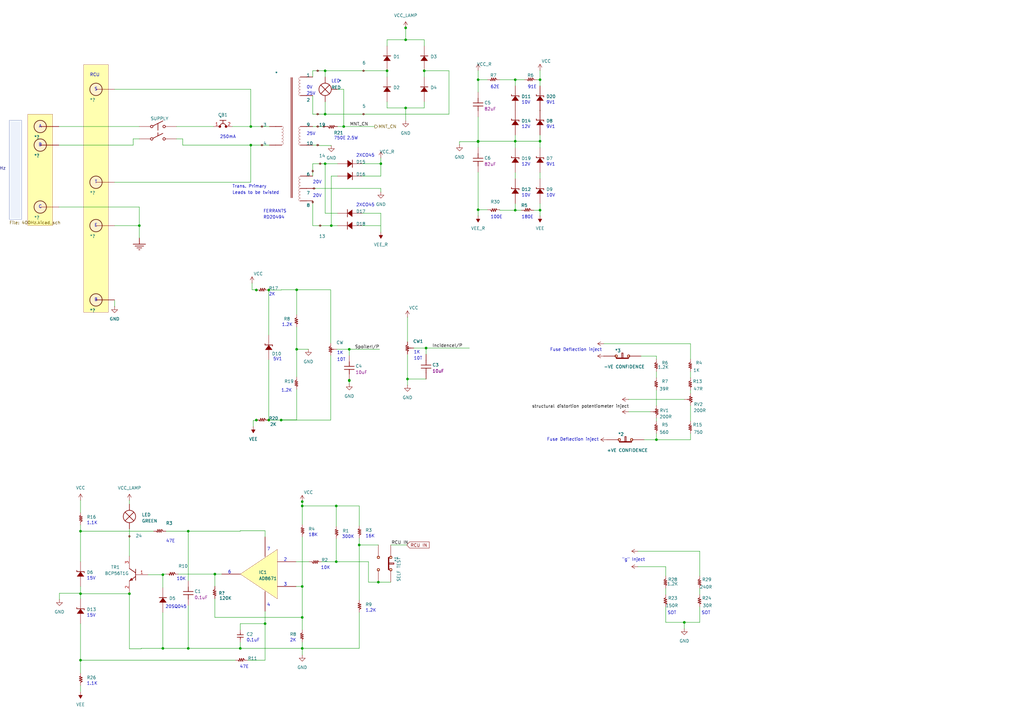
<source format=kicad_sch>
(kicad_sch (version 20231120) (generator "eeschema") (generator_version "8.0")
  (paper "A3")
  (lib_symbols
    (symbol "power:+1V0" (power) (pin_numbers hide) (pin_names (offset 0) hide)
      (property "Value" "+1V0" (at 0 3.556 0))
      (symbol "+1V0_1_1"
        (pin power_in line (at 0 0 90) (length 0) (name "~") (number "1"))
      )
    )
    (symbol "power:GND" (power) (pin_numbers hide) (pin_names (offset 0) hide)
      (property "Value" "GND" (at 0 -3.81 0))
      (symbol "GND_1_1"
        (pin power_in line (at 0 0 270) (length 0) (name "~") (number "1"))
      )
    )
    (symbol "power:VCC" (power) (pin_numbers hide) (pin_names (offset 0) hide)
      (property "Value" "VCC" (at 0 3.556 0))
      (symbol "VCC_1_1"
        (pin power_in line (at 0 0 90) (length 0) (name "~") (number "1"))
      )
    )
    (symbol "power:VEE" (power) (pin_numbers hide) (pin_names (offset 0) hide)
      (property "Value" "VEE" (at 0 3.556 0))
      (symbol "VEE_1_1"
        (pin power_in line (at 0 0 90) (length 0) (name "~") (number "1"))
      )
    )
    (symbol "root_0_PRESS SWITCH_1"
      (property "Reference" "*2" (at 4.572 1.524 0))
      (property "Value" "SELF TEST" (at 7.112 3.556 0))
      (symbol "root_0_PRESS SWITCH_1_1_0"
        (pin passive line (at 0 0 0) (length 5.08) (name "15") (number "15"))
        (pin passive line (at 15.24 0 180) (length 5.08) (name "16") (number "16"))
      )
    )
    (symbol "test-altium-import:GND_POWER_GROUND" (power)
      (property "Reference" "#PWR" (at 0 0 0))
      (property "Value" "GND" (at 0 6.35 0))
      (symbol "GND_POWER_GROUND_0_0"
        (pin power_in line (at 0 0 0) (length 0) hide (name "GND") (number ""))
      )
    )
    (symbol "test-altium-import:root_0_CB"
      (symbol "root_0_CB_1_0"
        (pin passive line (at 0 0 0) (length 2.54) (name "1") (number "1"))
        (pin passive line (at 7.62 0 180) (length 2.54) (name "2") (number "2"))
      )
    )
    (symbol "test-altium-import:root_0_DPST SW"
      (symbol "root_0_DPST SW_1_0"
        (pin passive line (at 0 0 0) (length 4.572) (name "1") (number "1"))
        (pin passive line (at 15.24 0 180) (length 4.572) (name "2") (number "2"))
        (pin passive line (at 0 -5.08 0) (length 4.572) (name "3") (number "3"))
        (pin passive line (at 15.24 -5.08 180) (length 4.572) (name "4") (number "4"))
      )
    )
    (symbol "test-altium-import:root_0_Diode"
      (symbol "root_0_Diode_1_0"
        (pin passive line (at -5.08 0 0) (length 4.064) (name "1") (number "1"))
        (pin passive line (at 5.08 0 180) (length 4.064) (name "2") (number "2"))
      )
    )
    (symbol "test-altium-import:root_0_LED"
      (symbol "root_0_LED_1_0"
        (pin passive line (at 2.54 0 90) (length 2.54) (name "10") (number "10"))
        (pin passive line (at 2.54 10.16 270) (length 2.54) (name "9") (number "9"))
      )
    )
    (symbol "test-altium-import:root_0_PRESS SWITCH"
      (symbol "root_0_PRESS SWITCH_1_0"
        (pin passive line (at 0 0 0) (length 5.08) (name "14") (number "14"))
        (pin passive line (at 0 5.08 0) (length 5.08) (name "15") (number "15"))
        (pin passive line (at 15.24 5.08 180) (length 5.08) (name "16") (number "16"))
        (pin passive line (at 15.24 0 180) (length 5.08) (name "17") (number "17"))
      )
    )
    (symbol "test-altium-import:root_0_R"
      (symbol "root_0_R_1_0"
        (pin passive line (at 0 0 0) (length 1.27) (name "12") (number "12"))
        (pin passive line (at 5.08 0 180) (length 1.27) (name "13") (number "13"))
      )
    )
    (symbol "test-altium-import:root_0_RED"
      (symbol "root_0_RED_1_0"
        (pin passive line (at 2.54 0 90) (length 2.54) (name "10") (number "10"))
        (pin passive line (at 7.62 5.08 180) (length 2.54) (name "11") (number "11"))
        (pin passive line (at 2.54 10.16 270) (length 2.54) (name "9") (number "9"))
      )
    )
    (symbol "test-altium-import:root_0_TF"
      (symbol "root_0_TF_1_0"
        (pin passive line (at 0 15.24 0) (length 2.54) (name "7") (number "7"))
        (pin passive line (at 17.78 -15.24 180) (length 2.54) (name "7") (number "7"))
        (pin passive line (at 17.78 7.62 180) (length 2.54) (name "7") (number "7"))
        (pin passive line (at 17.78 27.94 180) (length 2.54) (name "7") (number "7"))
        (pin passive line (at 0 7.62 0) (length 2.54) (name "8") (number "8"))
        (pin passive line (at 17.78 -10.16 180) (length 2.54) (name "8") (number "8"))
        (pin passive line (at 17.78 -5.08 180) (length 2.54) (name "8") (number "8"))
        (pin passive line (at 17.78 15.24 180) (length 2.54) (name "8") (number "8"))
        (pin passive line (at 17.78 35.56 180) (length 2.54) (name "8") (number "8"))
      )
    )
    (symbol "test-altium-import:root_0_TP-1"
      (symbol "root_0_TP-1_1_0"
        (pin passive line (at 0 0 0) (length 0.254) (name "18") (number "18"))
        (pin passive line (at 1.016 0 180) (length 0.254) (name "19") (number "19"))
      )
    )
    (symbol "test-altium-import:root_0_mirrored_ROHM NPN SOT723 BEC"
      (symbol "root_0_mirrored_ROHM NPN SOT723 BEC_1_0"
        (pin passive line (at 5.08 0 180) (length 5.08) (name "B") (number "1"))
        (pin passive line (at -2.54 -7.62 90) (length 5.08) (name "E") (number "2"))
        (pin passive line (at -2.54 7.62 270) (length 5.08) (name "C") (number "3"))
      )
    )
    (symbol "test-altium-import:root_0_mirrored_TI TL331IDBV"
      (property "Reference" "IC1" (at -2.54 0 0))
      (property "Value" "AD8671" (at -2.54 -2.54 0))
      (symbol "root_0_mirrored_TI TL331IDBV_1_0"
        (pin passive line (at 12.7 5.08 180) (length 7.62) (name "-") (number "2"))
        (pin passive line (at 12.7 -5.08 180) (length 7.62) (name "+") (number "3"))
        (pin power_in line (at 0 -15.24 90) (length 8.128) (name "V-") (number "4"))
        (pin passive line (at -17.78 0 0) (length 7.62) (name "OUT") (number "6"))
        (pin power_in line (at 0 15.24 270) (length 8.128) (name "V+") (number "7"))
      )
    )
    (symbol "test-altium-import:root_1_CAP"
      (symbol "root_1_CAP_1_0"
        (pin passive line (at 0 0 90) (length 1.27) (name "12") (number "12"))
        (pin passive line (at 0 5.08 270) (length 1.27) (name "13") (number "13"))
      )
    )
    (symbol "test-altium-import:root_1_Capacitor"
      (symbol "root_1_Capacitor_1_0"
        (pin passive line (at 0 -5.08 90) (length 2.54) (name "1") (number "1"))
        (pin passive line (at 0 5.08 270) (length 2.54) (name "2") (number "2"))
      )
    )
    (symbol "test-altium-import:root_1_Diode"
      (symbol "root_1_Diode_1_0"
        (pin passive line (at 0 -5.08 90) (length 4.064) (name "1") (number "1"))
        (pin passive line (at 0 5.08 270) (length 4.064) (name "2") (number "2"))
      )
    )
    (symbol "test-altium-import:root_1_Diode Zener"
      (symbol "root_1_Diode Zener_1_0"
        (pin passive line (at 0 -5.08 90) (length 4.064) (name "1") (number "1"))
        (pin passive line (at 0 5.08 270) (length 4.064) (name "2") (number "2"))
      )
    )
    (symbol "test-altium-import:root_1_R"
      (symbol "root_1_R_1_0"
        (pin passive line (at 0 0 90) (length 1.27) (name "12") (number "12"))
        (pin passive line (at 0 5.08 270) (length 1.27) (name "13") (number "13"))
      )
    )
    (symbol "test-altium-import:root_1_TP-1"
      (symbol "root_1_TP-1_1_0"
        (pin passive line (at 0 0 90) (length 0.254) (name "18") (number "18"))
        (pin passive line (at 0 1.016 270) (length 0.254) (name "19") (number "19"))
      )
    )
    (symbol "test-altium-import:root_2_Component_1"
      (symbol "root_2_Component_1_1_0"
        (pin passive line (at 0 0 180) (length 7.62) (name "0") (number "0"))
      )
    )
    (symbol "test-altium-import:root_2_Diode"
      (symbol "root_2_Diode_1_0"
        (pin passive line (at 5.08 0 180) (length 4.064) (name "1") (number "1"))
        (pin passive line (at -5.08 0 0) (length 4.064) (name "2") (number "2"))
      )
    )
    (symbol "test-altium-import:root_2_R"
      (symbol "root_2_R_1_0"
        (pin passive line (at 0 0 180) (length 1.27) (name "12") (number "12"))
        (pin passive line (at -5.08 0 0) (length 1.27) (name "13") (number "13"))
      )
    )
    (symbol "test-altium-import:root_2_TP-1"
      (symbol "root_2_TP-1_1_0"
        (pin passive line (at 0 0 180) (length 0.254) (name "18") (number "18"))
        (pin passive line (at -1.016 0 0) (length 0.254) (name "19") (number "19"))
      )
    )
    (symbol "test-altium-import:root_3_R"
      (symbol "root_3_R_1_0"
        (pin passive line (at 0 0 270) (length 1.27) (name "12") (number "12"))
        (pin passive line (at 0 -5.08 90) (length 1.27) (name "13") (number "13"))
      )
    )
    (symbol "test-altium-import:root_3_RV"
      (symbol "root_3_RV_1_0"
        (pin passive line (at 0 0 270) (length 1.27) (name "12") (number "12"))
        (pin passive line (at 0 -5.08 90) (length 1.27) (name "13") (number "13"))
        (pin passive line (at 2.54 -2.54 180) (length 1.27) (name "13") (number "13"))
      )
    )
    (symbol "test-altium-import:root_3_TP-1"
      (symbol "root_3_TP-1_1_0"
        (pin passive line (at 0 0 270) (length 0.254) (name "18") (number "18"))
        (pin passive line (at 0 -1.016 90) (length 0.254) (name "19") (number "19"))
      )
    )
  )
  (junction (at 98.552 265.938))
  (junction (at 115.316 172.2882))
  (junction (at 33.02 270.764))
  (junction (at 88.138 235.458))
  (junction (at 105.156 118.9482))
  (junction (at 221.488 57.912))
  (junction (at 121.666 118.872))
  (junction (at 66.802 265.938))
  (junction (at 173.99 29.0322))
  (junction (at 133.35 29.0322))
  (junction (at 57.15 92.5322))
  (junction (at 137.922 230.378))
  (junction (at 196.088 86.0298))
  (junction (at 196.088 58.0898))
  (junction (at 137.922 207.518))
  (junction (at 166.37 11.43))
  (junction (at 123.952 253.238))
  (junction (at 133.35 67.1322))
  (junction (at 123.952 265.938))
  (junction (at 280.67 255.27))
  (junction (at 143.256 155.956))
  (junction (at 66.802 235.712))
  (junction (at 102.87 59.5122))
  (junction (at 147.32 223.52))
  (junction (at 166.37 16.3322))
  (junction (at 269.24 180.34))
  (junction (at 211.328 32.6898))
  (junction (at 156.21 67.1322))
  (junction (at 196.088 57.912))
  (junction (at 123.952 205.74))
  (junction (at 33.02 217.8558))
  (junction (at 123.952 240.538))
  (junction (at 77.216 265.938))
  (junction (at 143.256 156.1338))
  (junction (at 77.216 217.8558))
  (junction (at 221.488 32.6898))
  (junction (at 108.712 255.778))
  (junction (at 174.752 142.748))
  (junction (at 221.488 86.2076))
  (junction (at 123.952 207.518))
  (junction (at 110.236 172.2882))
  (junction (at 143.256 143.256))
  (junction (at 140.97 51.8922))
  (junction (at 166.37 44.2722))
  (junction (at 121.666 143.256))
  (junction (at 211.328 86.2076))
  (junction (at 135.89 92.5322))
  (junction (at 33.02 243.5098))
  (junction (at 196.088 32.6898))
  (junction (at 110.236 118.9482))
  (junction (at 53.086 243.5098))
  (junction (at 105.156 172.2882))
  (junction (at 211.328 57.912))
  (junction (at 133.35 46.8122))
  (junction (at 167.132 155.448))
  (junction (at 158.75 29.0322))
  (junction (at 155.194 238.76))
  (junction (at 102.87 51.8922))
  (wire (pts (xy 221.488 35.2298) (xy 221.488 32.6898)))
  (wire (pts (xy 211.328 83.4898) (xy 211.328 86.2076)))
  (wire (pts (xy 129.286 77.2922) (xy 156.21 77.2922)))
  (wire (pts (xy 133.35 31.5722) (xy 133.35 29.0322)))
  (wire (pts (xy 53.086 228.092) (xy 53.086 220.472)))
  (wire (pts (xy 196.088 60.452) (xy 196.088 58.0898)))
  (wire (pts (xy 33.02 281.178) (xy 33.02 283.718)))
  (wire (pts (xy 269.24 152.4) (xy 269.24 154.94)))
  (wire (pts (xy 77.216 217.8558) (xy 77.216 238.1758)))
  (wire (pts (xy 173.99 29.0322) (xy 173.99 31.5722)))
  (wire (pts (xy 221.488 28.8798) (xy 221.488 32.6898)))
  (wire (pts (xy 53.086 205.232) (xy 53.086 206.756)))
  (wire (pts (xy 167.132 155.448) (xy 167.132 157.988)))
  (wire (pts (xy 110.236 172.2882) (xy 110.236 147.574)))
  (wire (pts (xy 221.488 83.4898) (xy 221.488 86.2076)))
  (wire (pts (xy 57.912 266.1158) (xy 53.086 266.1158)))
  (wire (pts (xy 287.02 248.92) (xy 287.02 255.27)))
  (wire (pts (xy 102.87 51.8922) (xy 106.934 51.8922)))
  (wire (pts (xy 128.27 31.5722) (xy 128.27 29.0322)))
  (wire (pts (xy 33.02 217.8558) (xy 33.02 215.3158)))
  (wire (pts (xy 196.088 28.8798) (xy 196.088 32.6898)))
  (wire (pts (xy 128.27 51.8922) (xy 129.794 51.8922)))
  (wire (pts (xy 283.21 152.4) (xy 283.21 154.94)))
  (wire (pts (xy 108.712 217.678) (xy 108.712 220.218)))
  (wire (pts (xy 74.93 59.5122) (xy 74.93 56.9722)))
  (wire (pts (xy 211.328 57.912) (xy 221.488 57.912)))
  (wire (pts (xy 269.24 171.45) (xy 269.24 172.72)))
  (wire (pts (xy 88.138 235.458) (xy 90.932 235.458)))
  (wire (pts (xy 131.826 67.1322) (xy 133.35 67.1322)))
  (wire (pts (xy 269.24 180.34) (xy 283.21 180.34)))
  (wire (pts (xy 138.43 87.4522) (xy 133.35 87.4522)))
  (wire (pts (xy 108.712 250.698) (xy 108.712 255.778)))
  (wire (pts (xy 98.552 217.8558) (xy 98.552 217.678)))
  (wire (pts (xy 121.666 118.872) (xy 135.636 118.872)))
  (wire (pts (xy 221.488 57.912) (xy 221.488 55.372)))
  (wire (pts (xy 155.194 238.76) (xy 160.274 238.76)))
  (wire (pts (xy 123.952 215.138) (xy 123.952 207.518)))
  (wire (pts (xy 57.15 92.5322) (xy 57.15 97.6122)))
  (wire (pts (xy 167.132 155.448) (xy 174.752 155.448)))
  (wire (pts (xy 174.752 142.748) (xy 174.752 145.288)))
  (wire (pts (xy 77.216 248.3358) (xy 77.216 265.938)))
  (wire (pts (xy 107.95 59.5122) (xy 110.49 59.5122)))
  (wire (pts (xy 102.87 36.6522) (xy 46.99 36.6522)))
  (wire (pts (xy 110.236 118.9482) (xy 115.316 118.9482)))
  (wire (pts (xy 173.99 16.3322) (xy 173.99 18.8722)))
  (wire (pts (xy 148.59 67.1322) (xy 156.21 67.1322)))
  (wire (pts (xy 137.922 215.9) (xy 137.922 207.518)))
  (wire (pts (xy 135.89 92.5322) (xy 138.43 92.5322)))
  (wire (pts (xy 269.24 177.8) (xy 269.24 180.34)))
  (wire (pts (xy 128.27 46.8122) (xy 129.794 46.8122)))
  (wire (pts (xy 74.93 56.9722) (xy 72.39 56.9722)))
  (wire (pts (xy 264.16 180.34) (xy 269.24 180.34)))
  (wire (pts (xy 128.27 92.5322) (xy 130.81 92.5322)))
  (wire (pts (xy 33.02 270.764) (xy 33.02 255.778)))
  (wire (pts (xy 135.636 140.716) (xy 135.636 118.9482)))
  (wire (pts (xy 123.952 205.486) (xy 123.952 205.74)))
  (wire (pts (xy 156.21 64.77) (xy 156.21 67.1322)))
  (wire (pts (xy 53.086 243.332) (xy 53.086 243.5098)))
  (wire (pts (xy 138.176 143.256) (xy 143.256 143.256)))
  (wire (pts (xy 60.706 235.712) (xy 66.802 235.712)))
  (wire (pts (xy 62.992 217.8558) (xy 33.02 217.8558)))
  (wire (pts (xy 103.378 116.078) (xy 103.378 118.872)))
  (wire (pts (xy 283.21 160.02) (xy 283.21 161.29)))
  (wire (pts (xy 105.156 118.9482) (xy 105.156 119.126)))
  (wire (pts (xy 121.666 172.212) (xy 115.316 172.212)))
  (wire (pts (xy 133.35 67.1322) (xy 138.43 67.1322)))
  (wire (pts (xy 98.552 258.318) (xy 98.552 255.778)))
  (wire (pts (xy 257.81 168.91) (xy 266.7 168.91)))
  (wire (pts (xy 110.236 118.9482) (xy 110.236 137.414)))
  (wire (pts (xy 108.712 255.778) (xy 108.712 270.764)))
  (wire (pts (xy 88.138 253.238) (xy 123.952 253.238)))
  (wire (pts (xy 110.236 172.2882) (xy 115.316 172.2882)))
  (wire (pts (xy 123.952 263.398) (xy 123.952 265.938)))
  (wire (pts (xy 140.97 51.8922) (xy 153.67 51.8922)))
  (wire (pts (xy 123.952 240.538) (xy 123.952 253.238)))
  (wire (pts (xy 46.99 123.19) (xy 46.99 125.73)))
  (wire (pts (xy 156.21 77.2922) (xy 156.21 78.74)))
  (wire (pts (xy 135.636 145.796) (xy 135.636 172.2882)))
  (wire (pts (xy 156.21 87.4522) (xy 156.21 92.5322)))
  (wire (pts (xy 149.606 29.0322) (xy 158.75 29.0322)))
  (wire (pts (xy 199.898 86.0298) (xy 196.088 86.0298)))
  (wire (pts (xy 66.802 251.206) (xy 66.802 265.938)))
  (wire (pts (xy 53.086 219.456) (xy 53.086 216.916)))
  (wire (pts (xy 128.27 39.1922) (xy 128.27 46.8122)))
  (wire (pts (xy 121.666 143.256) (xy 121.666 154.6098)))
  (wire (pts (xy 211.328 57.912) (xy 211.328 55.372)))
  (wire (pts (xy 196.088 57.912) (xy 211.328 57.912)))
  (wire (pts (xy 287.02 241.3) (xy 287.02 243.84)))
  (wire (pts (xy 143.002 155.8798) (xy 143.002 156.1338)))
  (wire (pts (xy 33.02 270.764) (xy 96.52 270.764)))
  (wire (pts (xy 137.922 207.518) (xy 147.32 207.518)))
  (wire (pts (xy 66.802 265.938) (xy 57.912 265.938)))
  (wire (pts (xy 174.752 142.748) (xy 192.532 142.748)))
  (wire (pts (xy 130.81 59.69) (xy 135.89 59.69)))
  (wire (pts (xy 167.132 130.048) (xy 167.132 140.208)))
  (wire (pts (xy 221.488 86.2076) (xy 221.488 88.5698)))
  (wire (pts (xy 121.666 143.256) (xy 126.492 143.256)))
  (wire (pts (xy 107.95 51.8922) (xy 110.49 51.8922)))
  (wire (pts (xy 204.978 32.6898) (xy 211.328 32.6898)))
  (wire (pts (xy 196.088 32.6898) (xy 199.898 32.6898)))
  (wire (pts (xy 184.15 46.8122) (xy 184.15 29.0322)))
  (wire (pts (xy 131.826 92.5322) (xy 135.89 92.5322)))
  (wire (pts (xy 88.138 245.5418) (xy 88.138 253.238)))
  (wire (pts (xy 280.67 255.27) (xy 287.02 255.27)))
  (wire (pts (xy 261.62 232.41) (xy 273.05 232.41)))
  (wire (pts (xy 128.27 72.2122) (xy 128.27 70.6882)))
  (wire (pts (xy 147.32 223.52) (xy 147.32 246.126)))
  (wire (pts (xy 158.75 29.0322) (xy 158.75 31.5722)))
  (wire (pts (xy 46.99 74.7522) (xy 102.87 74.7522)))
  (wire (pts (xy 128.27 59.5122) (xy 129.794 59.5122)))
  (wire (pts (xy 166.37 11.43) (xy 166.37 11.2522)))
  (wire (pts (xy 73.152 235.458) (xy 88.138 235.458)))
  (wire (pts (xy 147.32 207.518) (xy 147.32 215.646)))
  (wire (pts (xy 24.13 84.9122) (xy 57.15 84.9122)))
  (wire (pts (xy 196.088 58.0898) (xy 196.088 57.912)))
  (wire (pts (xy 128.27 83.3882) (xy 128.27 92.5322)))
  (wire (pts (xy 105.156 118.872) (xy 103.378 118.872)))
  (wire (pts (xy 77.216 265.938) (xy 66.802 265.938)))
  (wire (pts (xy 102.87 59.5122) (xy 74.93 59.5122)))
  (wire (pts (xy 262.89 146.05) (xy 269.24 146.05)))
  (wire (pts (xy 273.05 232.41) (xy 273.05 236.22)))
  (wire (pts (xy 273.05 255.27) (xy 280.67 255.27)))
  (wire (pts (xy 211.328 45.212) (xy 211.328 45.3898)))
  (wire (pts (xy 66.802 235.712) (xy 66.802 241.046)))
  (wire (pts (xy 102.87 51.8922) (xy 102.87 36.6522)))
  (wire (pts (xy 247.65 140.97) (xy 283.21 140.97)))
  (wire (pts (xy 128.27 69.6722) (xy 128.27 67.1322)))
  (wire (pts (xy 158.75 44.2722) (xy 166.37 44.2722)))
  (wire (pts (xy 140.97 36.6522) (xy 140.97 51.8922)))
  (wire (pts (xy 53.086 243.5098) (xy 53.086 266.1158)))
  (wire (pts (xy 257.81 163.83) (xy 280.67 163.83)))
  (wire (pts (xy 138.43 36.6522) (xy 140.97 36.6522)))
  (wire (pts (xy 196.088 32.6898) (xy 196.088 37.7698)))
  (wire (pts (xy 269.24 146.05) (xy 269.24 147.32)))
  (wire (pts (xy 221.488 57.912) (xy 221.488 60.6298)))
  (wire (pts (xy 283.21 166.37) (xy 283.21 172.72)))
  (wire (pts (xy 66.802 235.458) (xy 68.072 235.458)))
  (wire (pts (xy 156.21 92.71) (xy 156.21 95.25)))
  (wire (pts (xy 33.02 243.5098) (xy 33.02 245.618)))
  (wire (pts (xy 33.02 240.538) (xy 33.02 243.5098)))
  (wire (pts (xy 273.05 248.92) (xy 273.05 255.27)))
  (wire (pts (xy 148.59 72.2122) (xy 156.21 72.2122)))
  (wire (pts (xy 123.952 265.938) (xy 98.552 265.938)))
  (wire (pts (xy 151.13 238.76) (xy 151.13 230.378)))
  (wire (pts (xy 143.256 155.956) (xy 143.256 156.1338)))
  (wire (pts (xy 280.67 255.27) (xy 280.67 257.81)))
  (wire (pts (xy 123.952 266.1158) (xy 123.952 268.6558)))
  (wire (pts (xy 137.922 220.98) (xy 137.922 230.378)))
  (wire (pts (xy 105.156 172.2882) (xy 105.156 172.466)))
  (wire (pts (xy 121.666 134.112) (xy 121.666 143.256)))
  (wire (pts (xy 133.35 29.0322) (xy 148.59 29.0322)))
  (wire (pts (xy 188.468 59.3598) (xy 188.468 58.0898)))
  (wire (pts (xy 33.02 217.8558) (xy 33.02 230.378)))
  (wire (pts (xy 211.328 35.2298) (xy 211.328 32.6898)))
  (wire (pts (xy 220.218 32.6898) (xy 221.488 32.6898)))
  (wire (pts (xy 184.15 29.0322) (xy 173.99 29.0322)))
  (wire (pts (xy 66.802 235.712) (xy 66.802 235.458)))
  (wire (pts (xy 155.194 223.52) (xy 147.32 223.52)))
  (wire (pts (xy 261.62 226.06) (xy 287.02 226.06)))
  (wire (pts (xy 24.384 245.872) (xy 24.384 243.332)))
  (wire (pts (xy 273.05 241.3) (xy 273.05 243.84)))
  (wire (pts (xy 123.952 205.74) (xy 123.952 207.518)))
  (wire (pts (xy 105.156 118.872) (xy 105.156 118.9482)))
  (wire (pts (xy 77.216 265.938) (xy 98.552 265.938)))
  (wire (pts (xy 105.156 172.212) (xy 105.156 172.2882)))
  (wire (pts (xy 166.37 16.3322) (xy 173.99 16.3322)))
  (wire (pts (xy 196.088 86.0298) (xy 196.088 88.5698)))
  (wire (pts (xy 54.61 59.5122) (xy 54.61 56.9722)))
  (wire (pts (xy 169.672 142.748) (xy 174.752 142.748)))
  (wire (pts (xy 88.138 235.458) (xy 88.138 240.4618)))
  (wire (pts (xy 158.75 41.7322) (xy 158.75 44.2722)))
  (wire (pts (xy 128.27 67.1322) (xy 130.81 67.1322)))
  (wire (pts (xy 221.488 45.212) (xy 221.488 45.3898)))
  (wire (pts (xy 269.24 160.02) (xy 269.24 166.37)))
  (wire (pts (xy 33.02 210.2358) (xy 33.02 205.1558)))
  (wire (pts (xy 57.15 84.9122) (xy 57.15 92.5322)))
  (wire (pts (xy 158.75 16.3322) (xy 166.37 16.3322)))
  (wire (pts (xy 128.27 29.0322) (xy 129.794 29.0322)))
  (wire (pts (xy 77.216 217.8558) (xy 98.552 217.8558)))
  (wire (pts (xy 188.468 58.0898) (xy 196.088 58.0898)))
  (wire (pts (xy 130.81 51.8922) (xy 132.334 51.8922)))
  (wire (pts (xy 98.552 217.678) (xy 108.712 217.678)))
  (wire (pts (xy 24.13 51.8922) (xy 57.15 51.8922)))
  (wire (pts (xy 102.87 74.7522) (xy 102.87 59.5122)))
  (wire (pts (xy 211.328 86.2076) (xy 213.868 86.2076)))
  (wire (pts (xy 121.666 129.032) (xy 121.666 118.872)))
  (wire (pts (xy 143.256 143.256) (xy 143.256 145.796)))
  (wire (pts (xy 24.384 243.332) (xy 33.274 243.332)))
  (wire (pts (xy 204.978 86.2076) (xy 211.328 86.2076)))
  (wire (pts (xy 133.35 46.8122) (xy 148.59 46.8122)))
  (wire (pts (xy 143.256 155.8798) (xy 143.256 155.956)))
  (wire (pts (xy 155.194 238.76) (xy 151.13 238.76)))
  (wire (pts (xy 130.81 29.0322) (xy 133.35 29.0322)))
  (wire (pts (xy 143.256 143.256) (xy 155.702 143.256)))
  (wire (pts (xy 95.25 51.8922) (xy 102.87 51.8922)))
  (wire (pts (xy 158.75 18.8722) (xy 158.75 16.3322)))
  (wire (pts (xy 211.328 57.912) (xy 211.328 60.6298)))
  (wire (pts (xy 204.978 86.2076) (xy 204.978 86.0298)))
  (wire (pts (xy 166.37 44.2722) (xy 173.99 44.2722)))
  (wire (pts (xy 131.826 230.378) (xy 137.922 230.378)))
  (wire (pts (xy 147.32 265.938) (xy 147.32 251.206)))
  (wire (pts (xy 123.952 240.538) (xy 123.952 220.218)))
  (wire (pts (xy 156.21 67.1322) (xy 156.21 72.2122)))
  (wire (pts (xy 149.606 46.8122) (xy 184.15 46.8122)))
  (wire (pts (xy 148.59 92.5322) (xy 156.21 92.5322)))
  (wire (pts (xy 103.886 172.466) (xy 103.886 175.006)))
  (wire (pts (xy 148.59 87.4522) (xy 156.21 87.4522)))
  (wire (pts (xy 98.552 255.778) (xy 108.712 255.778)))
  (wire (pts (xy 121.412 240.538) (xy 123.952 240.538)))
  (wire (pts (xy 196.088 57.912) (xy 196.088 47.9298)))
  (wire (pts (xy 283.21 147.32) (xy 283.21 140.97)))
  (wire (pts (xy 123.952 258.318) (xy 123.952 253.238)))
  (wire (pts (xy 173.99 44.2722) (xy 173.99 41.7322)))
  (wire (pts (xy 137.922 230.378) (xy 151.13 230.378)))
  (wire (pts (xy 115.316 172.212) (xy 115.316 172.2882)))
  (wire (pts (xy 24.13 59.5122) (xy 54.61 59.5122)))
  (wire (pts (xy 138.43 51.8922) (xy 140.97 51.8922)))
  (wire (pts (xy 46.99 92.5322) (xy 57.15 92.5322)))
  (wire (pts (xy 68.072 217.8558) (xy 77.216 217.8558)))
  (wire (pts (xy 54.61 56.9722) (xy 57.15 56.9722)))
  (wire (pts (xy 218.948 86.2076) (xy 221.488 86.2076)))
  (wire (pts (xy 167.132 145.4658) (xy 167.132 155.448)))
  (wire (pts (xy 135.89 72.2122) (xy 135.89 92.5322)))
  (wire (pts (xy 33.02 270.764) (xy 33.02 276.098)))
  (wire (pts (xy 72.39 51.8922) (xy 87.63 51.8922)))
  (wire (pts (xy 137.922 207.518) (xy 123.952 207.518)))
  (wire (pts (xy 211.328 73.3298) (xy 211.328 70.7898)))
  (wire (pts (xy 138.43 72.2122) (xy 135.89 72.2122)))
  (wire (pts (xy 115.316 172.2882) (xy 135.636 172.2882)))
  (wire (pts (xy 143.256 156.1338) (xy 143.256 157.4038)))
  (wire (pts (xy 108.712 270.764) (xy 101.6 270.764)))
  (wire (pts (xy 115.316 118.872) (xy 121.666 118.872)))
  (wire (pts (xy 115.316 118.872) (xy 115.316 118.9482)))
  (wire (pts (xy 166.37 44.2722) (xy 166.37 49.3522)))
  (wire (pts (xy 57.912 266.1158) (xy 57.912 265.938)))
  (wire (pts (xy 196.088 70.612) (xy 196.088 86.0298)))
  (wire (pts (xy 33.02 243.5098) (xy 53.086 243.5098)))
  (wire (pts (xy 147.32 220.726) (xy 147.32 223.52)))
  (wire (pts (xy 133.35 46.8122) (xy 133.35 41.7322)))
  (wire (pts (xy 211.328 32.6898) (xy 215.138 32.6898)))
  (wire (pts (xy 98.552 263.398) (xy 98.552 265.938)))
  (wire (pts (xy 103.886 172.466) (xy 105.156 172.466)))
  (wire (pts (xy 166.37 16.3322) (xy 166.37 11.43)))
  (wire (pts (xy 130.81 46.8122) (xy 133.35 46.8122)))
  (wire (pts (xy 121.666 159.6898) (xy 121.666 172.212)))
  (wire (pts (xy 106.934 59.5122) (xy 102.87 59.5122)))
  (wire (pts (xy 283.21 177.8) (xy 283.21 180.34)))
  (wire (pts (xy 123.952 265.938) (xy 147.32 265.938)))
  (wire (pts (xy 143.256 156.1338) (xy 143.002 156.1338)))
  (wire (pts (xy 121.412 230.378) (xy 126.746 230.378)))
  (wire (pts (xy 221.488 73.3298) (xy 221.488 70.7898)))
  (wire (pts (xy 287.02 226.06) (xy 287.02 236.22)))
  (wire (pts (xy 133.35 87.4522) (xy 133.35 67.1322)))
  (wire (pts (xy 160.274 223.52) (xy 166.878 223.52)))
  (rectangle (start 44.45 26.4922) (end 34.29 128.0922) (stroke (width 0.0254) (color 128 0 0 1)) (fill (type color) (color 255 255 176 1)))
  (rectangle (start 21.59 46.8122) (end 11.43 92.5322) (stroke (width 0.0254) (color 128 0 0 1)) (fill (type color) (color 255 255 176 1)))
  (text "62E" (at 201.168 36.4998 0) (effects (font (size 1.27 1.27)) (justify left bottom)))
  (text "SOT" (at 275.59 251.46 0) (effects (font (size 1.27 1.27))))
  (text "7" (at 109.474 226.06 0) (effects (font (size 1.27 1.27)) (justify left bottom)))
  (text "15V" (at 35.56 237.998 0) (effects (font (size 1.27 1.27)) (justify left bottom)))
  (text "300K" (at 140.208 220.98 0) (effects (font (size 1.27 1.27)) (justify left bottom)))
  (text "" (at 169.672 147.828 0) (effects (font (size 1.27 1.27)) (justify left bottom)))
  (text "2XCO45" (at 146.05 84.9122 0) (effects (font (size 1.27 1.27)) (justify left bottom)))
  (text "180E" (at 213.868 89.8398 0) (effects (font (size 1.27 1.27)) (justify left bottom)))
  (text "250mA" (at 90.17 56.9722 0) (effects (font (size 1.27 1.27)) (justify left bottom)))
  (text "100E" (at 201.168 89.8398 0) (effects (font (size 1.27 1.27)) (justify left bottom)))
  (text "1K" (at 138.176 145.542 0) (effects (font (size 1.27 1.27)) (justify left bottom)))
  (text "20SQ045" (at 67.818 249.682 0) (effects (font (size 1.27 1.27)) (justify left bottom)))
  (text "RCU" (at 36.83 31.5722 0) (effects (font (size 1.27 1.27)) (justify left bottom)))
  (text "0.1uF" (at 101.092 263.398 0) (effects (font (size 1.27 1.27)) (justify left bottom)))
  (text "91E" (at 216.408 36.4998 0) (effects (font (size 1.27 1.27)) (justify left bottom)))
  (text "T" (at 39.37 74.7522 0) (effects (font (size 1.27 1.27))))
  (text "6" (at 93.472 235.458 0) (effects (font (size 1.27 1.27)) (justify left bottom)))
  (text "20V" (at 128.27 75.5142 0) (effects (font (size 1.27 1.27)) (justify left bottom)))
  (text "2.5W" (at 142.24 57.4802 0) (effects (font (size 1.27 1.27)) (justify left bottom)))
  (text "9V1" (at 224.028 52.832 0) (effects (font (size 1.27 1.27)) (justify left bottom)))
  (text "C" (at 16.51 84.9122 0) (effects (font (size 1.27 1.27))))
  (text "2XCO45" (at 146.05 64.5922 0) (effects (font (size 1.27 1.27)) (justify left bottom)))
  (text "12V" (at 213.868 52.832 0) (effects (font (size 1.27 1.27)) (justify left bottom)))
  (text "1.1K" (at 35.56 281.178 0) (effects (font (size 1.27 1.27)) (justify left bottom)))
  (text "2K" (at 110.236 121.4882 0) (effects (font (size 1.27 1.27)) (justify left bottom)))
  (text "S" (at 39.37 36.6522 0) (effects (font (size 1.27 1.27))))
  (text "B" (at 16.51 59.5122 0) (effects (font (size 1.27 1.27))))
  (text "1K" (at 169.672 145.288 0) (effects (font (size 1.27 1.27)) (justify left bottom)))
  (text "10K" (at 131.572 233.68 0) (effects (font (size 1.27 1.27)) (justify left bottom)))
  (text "LED" (at 135.89 34.1122 0) (effects (font (size 1.27 1.27)) (justify left bottom)))
  (text "Fuse Deflection inject\n" (at 234.95 180.34 0) (effects (font (size 1.27 1.27))))
  (text "10V" (at 213.868 42.8498 0) (effects (font (size 1.27 1.27)) (justify left bottom)))
  (text "0V" (at 125.73 36.6522 0) (effects (font (size 1.27 1.27)) (justify left bottom)))
  (text "4" (at 109.474 248.92 0) (effects (font (size 1.27 1.27)) (justify left bottom)))
  (text "25V" (at 125.73 39.1922 0) (effects (font (size 1.27 1.27)) (justify left bottom)))
  (text "18K" (at 126.492 220.218 0) (effects (font (size 1.27 1.27)) (justify left bottom)))
  (text "1.1K" (at 35.56 215.3158 0) (effects (font (size 1.27 1.27)) (justify left bottom)))
  (text "1.2K" (at 115.316 160.9598 0) (effects (font (size 1.27 1.27)) (justify left bottom)))
  (text "15V" (at 35.56 253.238 0) (effects (font (size 1.27 1.27)) (justify left bottom)))
  (text "1.2K" (at 115.57 134.0358 0) (effects (font (size 1.27 1.27)) (justify left bottom)))
  (text "9V1" (at 224.028 68.2498 0) (effects (font (size 1.27 1.27)) (justify left bottom)))
  (text "SOT" (at 289.56 251.46 0) (effects (font (size 1.27 1.27))))
  (text "E" (at 39.37 92.5322 0) (effects (font (size 1.27 1.27))))
  (text "9V1" (at 224.028 42.8498 0) (effects (font (size 1.27 1.27)) (justify left bottom)))
  (text "10V" (at 224.028 80.9498 0) (effects (font (size 1.27 1.27)) (justify left bottom)))
  (text "12V" (at 213.868 68.2498 0) (effects (font (size 1.27 1.27)) (justify left bottom)))
  (text "10T" (at 169.672 147.828 0) (effects (font (size 1.27 1.27)) (justify left bottom)))
  (text "Trans. Primary" (at 95.25 77.2922 0) (effects (font (size 1.27 1.27)) (justify left bottom)))
  (text "47E" (at 68.072 222.758 0) (effects (font (size 1.27 1.27)) (justify left bottom)))
  (text "10K" (at 72.39 238.252 0) (effects (font (size 1.27 1.27)) (justify left bottom)))
  (text "5V1" (at 112.014 148.082 0) (effects (font (size 1.27 1.27)) (justify left bottom)))
  (text "16K" (at 149.86 220.726 0) (effects (font (size 1.27 1.27)) (justify left bottom)))
  (text "3" (at 116.332 240.538 0) (effects (font (size 1.27 1.27)) (justify left bottom)))
  (text "20V" (at 128.27 81.1022 0) (effects (font (size 1.27 1.27)) (justify left bottom)))
  (text "2" (at 116.332 230.378 0) (effects (font (size 1.27 1.27)) (justify left bottom)))
  (text "Fuse Deflection inject\n" (at 236.22 143.51 0) (effects (font (size 1.27 1.27))))
  (text "1.2K" (at 149.86 251.206 0) (effects (font (size 1.27 1.27)) (justify left bottom)))
  (text "47E" (at 98.298 274.32 0) (effects (font (size 1.27 1.27)) (justify left bottom)))
  (text "10V" (at 213.868 80.9498 0) (effects (font (size 1.27 1.27)) (justify left bottom)))
  (text "2K" (at 118.872 263.398 0) (effects (font (size 1.27 1.27)) (justify left bottom)))
  (text "B" (at 39.37 123.0122 0) (effects (font (size 1.27 1.27))))
  (text "10T" (at 138.176 148.336 0) (effects (font (size 1.27 1.27)) (justify left bottom)))
  (text "A" (at 16.51 51.8922 0) (effects (font (size 1.27 1.27))))
  (text "FERRANTS" (at 107.95 87.4522 0) (effects (font (size 1.27 1.27)) (justify left bottom)))
  (text "750E" (at 136.906 57.4802 0) (effects (font (size 1.27 1.27)) (justify left bottom)))
  (text "\"g\" Inject" (at 259.842 229.616 0) (effects (font (size 1.27 1.27))))
  (text "RD20494" (at 107.95 89.9922 0) (effects (font (size 1.27 1.27)) (justify left bottom)))
  (text "25V" (at 125.73 55.7022 0) (effects (font (size 1.27 1.27)) (justify left bottom)))
  (text "Leads to be twisted" (at 95.25 79.8322 0) (effects (font (size 1.27 1.27)) (justify left bottom)))
  (label "MNT_CN" (at 143.51 51.8922 0))
  (label "IncidenceI/P" (at 177.292 142.748 0))
  (label "SpoilerI/P" (at 145.542 143.256 0))
  (label "RCU IN" (at 160.528 223.52 0))
  (label " structural distortion potentiometer inject" (at 217.17 167.64 0))
  (global_label "RCU IN" (shape input) (at 166.878 223.52 0) (property "Intersheetrefs" "${INTERSHEET_REFS}" (effects (hide yes))))
  (hierarchical_label "MNT_CN" (shape output) (at 153.67 51.8922 0))
  (symbol (lib_id "test-altium-import:root_1_Diode Zener") (at 211.328 50.292 0) (unit 1)
    (property "Reference" "D14" (at 213.868 50.292 0) (effects (justify left bottom)))
    (property "Value" "${PART NUMBER}" (effects (hide yes)))
    (property "Footprint" "DO214AC SMA" (effects (hide yes)))
    (property "Description" "DIODE ZENER" (effects (hide yes)))
    (property "PART NUMBER" "1PGSMA150Z R3G" (effects (hide yes)))
    (property "COMPONENTLINK1DESCRIPTION" "Datasheet" (effects (hide yes)))
    (property "COMPONENTLINK1URL" "https://www.taiwansemi.com/products/datasheet/1PGSMA%20SERIES_A1707.pdf" (effects (hide yes)))
    (property "COMPONENTLINK2DESCRIPTION" "DigiKey Link" (effects (hide yes)))
    (property "COMPONENTLINK2URL" "http://digikey.com/product-detail/en/taiwan-semiconductor-corporation/1PGSMA150Z-R3G/1PGSMA150ZR3GCT-ND/8600462" (effects (hide yes)))
    (property "CURRENT - REVERSE LEAKAGE @ VR" "1µA @ 114V" (effects (hide yes)))
    (property "IMPEDANCE (MAX) (ZZT)" "1 kOhms" (effects (hide yes)))
    (property "LASTUPDATED" "03-06-2024 19:55:29" (effects (hide yes)))
    (property "LIFECYCLE STATUS" "Active" (effects (hide yes)))
    (property "MANUFACTURER" "Taiwan Semiconductor Corporation" (effects (hide yes)))
    (property "MINIMUM ORDER" "1" (effects (hide yes)))
    (property "MOUNTING TYPE" "Surface Mount" (effects (hide yes)))
    (property "OPERATING TEMPERATURE" "-55°C ~ 175°C (TJ)" (effects (hide yes)))
    (property "PACKAGE / CASE" "DO-214AC, SMA" (effects (hide yes)))
    (property "PACKAGING" "TapeAndReel" (effects (hide yes)))
    (property "PARTID" "1252" (effects (hide yes)))
    (property "PART STATUS" "Active" (effects (hide yes)))
    (property "POWER - MAX" "1.25W" (effects (hide yes)))
    (property "PRICE" "0.12" (effects (hide yes)))
    (property "SERIES" "-" (effects (hide yes)))
    (property "SUPPLIER 1" "DigiKey" (effects (hide yes)))
    (property "SUPPLIER PART NUMBER 1" "1PGSMA150ZR3GCT-ND" (effects (hide yes)))
    (property "SUPPLIER DEVICE PACKAGE" "DO-214AC (SMA)" (effects (hide yes)))
    (property "TOLERANCE" "±5%" (effects (hide yes)))
    (property "VOLTAGE - FORWARD (VF) (MAX) @ IF" "1.2V @ 200mA" (effects (hide yes)))
    (property "VOLTAGE - ZENER (NOM) (VZ)" "150V" (effects (hide yes)))
  )
  (symbol (lib_name "test-altium-import:root_3_RV") (lib_id "test-altium-import:root_3_RV") (at 167.132 140.208 0) (unit 1)
    (property "Reference" "CW1" (at 169.418 140.716 0) (effects (justify left bottom)))
    (property "Value" "RV" (effects (hide yes)))
  )
  (symbol (lib_id "test-altium-import:root_1_R") (at 287.02 243.84 180) (unit 1)
    (property "Reference" "R24" (at 291.846 244.602 0) (effects (justify left bottom)))
    (property "Value" "30R" (at 292.1 247.65 0) (effects (justify left bottom)))
  )
  (symbol (lib_id "test-altium-import:root_2_Component_1") (at 24.13 84.9122 0) (unit 1)
    (property "Reference" "*?" (at 13.97 89.9922 0) (effects (justify left bottom)))
    (property "Value" "Component_1" (effects (hide yes)))
  )
  (symbol (lib_id "test-altium-import:root_1_Diode") (at 158.75 36.6522 0) (unit 1)
    (property "Reference" "D2" (at 161.29 36.6522 0) (effects (justify left bottom)))
    (property "Value" "${PART NUMBER}" (effects (hide yes)))
    (property "Footprint" "DIODES SOT-523" (effects (hide yes)))
    (property "Description" "DIODE GEN PURP 85V 215MA SOT523" (effects (hide yes)))
    (property "PART NUMBER" "BAS116T-7-F" (effects (hide yes)))
    (property "CAPACITANCE @ VR, F" "2pF @ 0V, 1MHz" (effects (hide yes)))
    (property "COMPONENTLINK1DESCRIPTION" "Datasheet" (effects (hide yes)))
    (property "COMPONENTLINK1URL" "https://www.diodes.com/assets/Datasheets/ds30258.pdf" (effects (hide yes)))
    (property "COMPONENTLINK2DESCRIPTION" "DigiKey Link" (effects (hide yes)))
    (property "COMPONENTLINK2URL" "https://www.digikey.com/en/products/detail/diodes-incorporated/BAS116T-7-F/814989" (effects (hide yes)))
    (property "CURRENT - AVERAGE RECTIFIED (IO)" "215mA" (effects (hide yes)))
    (property "CURRENT - REVERSE LEAKAGE @ VR" "5 nA @ 75 V" (effects (hide yes)))
    (property "DIODE TYPE" "Standard" (effects (hide yes)))
    (property "LASTUPDATED" "03-06-2024 20:01:40" (effects (hide yes)))
    (property "LIFECYCLE STATUS" "Active" (effects (hide yes)))
    (property "MANUFACTURER" "Diodes Incorporated" (effects (hide yes)))
    (property "MINIMUM ORDER" "1" (effects (hide yes)))
    (property "MOUNTING TYPE" "Surface Mount" (effects (hide yes)))
    (property "OPERATING TEMPERATURE - JUNCTION" "-65°C ~ 150°C" (effects (hide yes)))
    (property "PACKAGE / CASE" "SOT-523" (effects (hide yes)))
    (property "PACKAGING" "TapeAndReel" (effects (hide yes)))
    (property "PARTID" "1" (effects (hide yes)))
    (property "PART STATUS" "Active" (effects (hide yes)))
    (property "PRICE" "0.03" (effects (hide yes)))
    (property "REVERSE RECOVERY TIME (TRR)" "3 µs" (effects (hide yes)))
    (property "SERIES" "-" (effects (hide yes)))
    (property "SPEED" "Standard Recovery >500ns, > 200mA (Io)" (effects (hide yes)))
    (property "SUPPLIER 1" "DigiKey" (effects (hide yes)))
    (property "SUPPLIER PART NUMBER 1" "BAS116T-FDICT-ND" (effects (hide yes)))
    (property "SUPPLIER DEVICE PACKAGE" "SOT-523" (effects (hide yes)))
    (property "VOLTAGE - DC REVERSE (VR) (MAX)" "85 V" (effects (hide yes)))
    (property "VOLTAGE - FORWARD (VF) (MAX) @ IF" "1.25 V @ 150 mA" (effects (hide yes)))
  )
  (symbol (lib_id "power:VCC") (at 123.952 205.74 0) (unit 1)
    (property "Reference" "#PWR032" (effects (hide yes)))
    (property "Value" "VCC" (at 126.492 201.93 0))
    (property "Description" "Power symbol creates a global label with name \"VCC\"" (effects (hide yes)))
  )
  (symbol (lib_id "test-altium-import:root_3_R") (at 121.666 154.6098 0) (unit 1)
    (property "Reference" "R19" (at 116.586 157.1498 0) (effects (justify left bottom)))
    (property "Value" "R" (effects (hide yes)))
  )
  (symbol (lib_id "test-altium-import:root_0_TP-1") (at 129.794 46.8122 0) (unit 1)
    (property "Reference" "2" (at 125.73 41.7322 0) (effects (justify left bottom)))
    (property "Value" "TP-1" (effects (hide yes)))
  )
  (symbol (lib_id "test-altium-import:root_1_R") (at 33.02 215.3158 0) (unit 1)
    (property "Reference" "R16" (at 35.56 212.7758 0) (effects (justify left bottom)))
    (property "Value" "R" (effects (hide yes)))
  )
  (symbol (lib_id "test-altium-import:root_2_R") (at 101.6 270.764 0) (unit 1)
    (property "Reference" "R11" (at 101.6 270.764 0) (effects (justify left bottom)))
    (property "Value" "R" (effects (hide yes)))
  )
  (symbol (lib_id "power:GND") (at 135.89 59.69 0) (unit 1)
    (property "Reference" "#PWR011" (effects (hide yes)))
    (property "Value" "GND" (at 135.89 64.77 0))
    (property "Description" "Power symbol creates a global label with name \"GND\" , ground" (effects (hide yes)))
  )
  (symbol (lib_id "test-altium-import:root_1_Capacitor") (at 196.088 42.8498 0) (unit 1)
    (property "Reference" "C5" (at 198.628 42.8498 0) (effects (justify left bottom)))
    (property "Value" "${ALTIUM_VALUE}" (effects (hide yes)))
    (property "Footprint" "MURATA GJM033 0201_0603" (effects (hide yes)))
    (property "Description" "CAP CER 0.6PF 50V C0G/NP0 0201" (effects (hide yes)))
    (property "PART NUMBER" "GJM0335C1HR60WB01D" (effects (hide yes)))
    (property "ALTIUM_VALUE" "82uF" (at 198.628 45.3898 0) (effects (justify left bottom)))
    (property "APPLICATIONS" "RF, Microwave, High Frequency" (effects (hide yes)))
    (property "CAPACITANCE" "0.6 pF" (effects (hide yes)))
    (property "COMPONENTLINK1DESCRIPTION" "Datasheet" (effects (hide yes)))
    (property "COMPONENTLINK1URL" "https://search.murata.co.jp/Ceramy/image/img/A01X/G101/ENG/GJM0335C1HR60WB01-01.pdf" (effects (hide yes)))
    (property "COMPONENTLINK2DESCRIPTION" "DigiKey Link" (effects (hide yes)))
    (property "COMPONENTLINK2URL" "https://www.digikey.com/en/products/detail/murata-electronics/GJM0335C1HR60WB01D/9759043" (effects (hide yes)))
    (property "DEVICE PACKAGE" "0201 (0603 Metric)" (effects (hide yes)))
    (property "FEATURES" "High Q, Low Loss" (effects (hide yes)))
    (property "LASTUPDATED" "20-07-2024 00:14:17" (effects (hide yes)))
    (property "LIFECYCLE STATUS" "Active" (effects (hide yes)))
    (property "MANUFACTURER" "Murata Electronics" (effects (hide yes)))
    (property "MINIMUM ORDER" "1" (effects (hide yes)))
    (property "MOUNTING TYPE" "Surface Mount, MLCC" (effects (hide yes)))
    (property "OPERATING TEMPERATURE" "-55°C ~ 125°C" (effects (hide yes)))
    (property "PACKAGE / CASE" "0201 (0603 Metric)" (effects (hide yes)))
    (property "PACKAGING" "TapeAndReel" (effects (hide yes)))
    (property "PARTID" "1" (effects (hide yes)))
    (property "PART STATUS" "Active" (effects (hide yes)))
    (property "PRICE" "0.01" (effects (hide yes)))
    (property "SERIES" "GJM" (effects (hide yes)))
    (property "SIZE / DIMENSION" "0.024\" L x 0.012\" W (0.60mm x 0.30mm)" (effects (hide yes)))
    (property "SUPPLIER 1" "DigiKey" (effects (hide yes)))
    (property "SUPPLIER PART NUMBER 1" "490-17142-1-ND" (effects (hide yes)))
    (property "TEMPERATURE COEFFICIENT" "C0G, NP0" (effects (hide yes)))
    (property "THICKNESS (MAX)" "0.013\" (0.33mm)" (effects (hide yes)))
    (property "TOLERANCE" "±0.05pF" (effects (hide yes)))
    (property "VOLTAGE - RATED" "50V" (effects (hide yes)))
  )
  (symbol (lib_id "test-altium-import:root_0_Diode") (at 143.51 67.1322 0) (unit 1)
    (property "Reference" "D15" (at 146.05 67.1322 0) (effects (justify left bottom)))
    (property "Value" "${PART NUMBER}" (effects (hide yes)))
    (property "Footprint" "DIODES SOT-523" (effects (hide yes)))
    (property "Description" "DIODE GEN PURP 85V 215MA SOT523" (effects (hide yes)))
    (property "PART NUMBER" "BAS116T-7-F" (effects (hide yes)))
    (property "CAPACITANCE @ VR, F" "2pF @ 0V, 1MHz" (effects (hide yes)))
    (property "COMPONENTLINK1DESCRIPTION" "Datasheet" (effects (hide yes)))
    (property "COMPONENTLINK1URL" "https://www.diodes.com/assets/Datasheets/ds30258.pdf" (effects (hide yes)))
    (property "COMPONENTLINK2DESCRIPTION" "DigiKey Link" (effects (hide yes)))
    (property "COMPONENTLINK2URL" "https://www.digikey.com/en/products/detail/diodes-incorporated/BAS116T-7-F/814989" (effects (hide yes)))
    (property "CURRENT - AVERAGE RECTIFIED (IO)" "215mA" (effects (hide yes)))
    (property "CURRENT - REVERSE LEAKAGE @ VR" "5 nA @ 75 V" (effects (hide yes)))
    (property "DIODE TYPE" "Standard" (effects (hide yes)))
    (property "LASTUPDATED" "03-06-2024 20:01:40" (effects (hide yes)))
    (property "LIFECYCLE STATUS" "Active" (effects (hide yes)))
    (property "MANUFACTURER" "Diodes Incorporated" (effects (hide yes)))
    (property "MINIMUM ORDER" "1" (effects (hide yes)))
    (property "MOUNTING TYPE" "Surface Mount" (effects (hide yes)))
    (property "OPERATING TEMPERATURE - JUNCTION" "-65°C ~ 150°C" (effects (hide yes)))
    (property "PACKAGE / CASE" "SOT-523" (effects (hide yes)))
    (property "PACKAGING" "TapeAndReel" (effects (hide yes)))
    (property "PARTID" "1" (effects (hide yes)))
    (property "PART STATUS" "Active" (effects (hide yes)))
    (property "PRICE" "0.03" (effects (hide yes)))
    (property "REVERSE RECOVERY TIME (TRR)" "3 µs" (effects (hide yes)))
    (property "SERIES" "-" (effects (hide yes)))
    (property "SPEED" "Standard Recovery >500ns, > 200mA (Io)" (effects (hide yes)))
    (property "SUPPLIER 1" "DigiKey" (effects (hide yes)))
    (property "SUPPLIER PART NUMBER 1" "BAS116T-FDICT-ND" (effects (hide yes)))
    (property "SUPPLIER DEVICE PACKAGE" "SOT-523" (effects (hide yes)))
    (property "VOLTAGE - DC REVERSE (VR) (MAX)" "85 V" (effects (hide yes)))
    (property "VOLTAGE - FORWARD (VF) (MAX) @ IF" "1.25 V @ 150 mA" (effects (hide yes)))
  )
  (symbol (lib_id "test-altium-import:root_2_Component_1") (at 46.99 36.6522 0) (unit 1)
    (property "Reference" "*?" (at 36.83 41.7322 0) (effects (justify left bottom)))
    (property "Value" "Component_1" (effects (hide yes)))
  )
  (symbol (lib_id "test-altium-import:root_3_RV") (at 283.21 166.37 180) (unit 1)
    (property "Reference" "RV2" (at 288.29 165.1 0) (effects (justify left bottom)))
    (property "Value" "200R" (at 289.56 167.64 0) (effects (justify left bottom)))
  )
  (symbol (lib_id "test-altium-import:root_0_Diode") (at 143.51 72.2122 0) (unit 1)
    (property "Reference" "D16" (at 146.05 72.2122 0) (effects (justify left bottom)))
    (property "Value" "${PART NUMBER}" (effects (hide yes)))
    (property "Footprint" "DIODES SOT-523" (effects (hide yes)))
    (property "Description" "DIODE GEN PURP 85V 215MA SOT523" (effects (hide yes)))
    (property "PART NUMBER" "BAS116T-7-F" (effects (hide yes)))
    (property "CAPACITANCE @ VR, F" "2pF @ 0V, 1MHz" (effects (hide yes)))
    (property "COMPONENTLINK1DESCRIPTION" "Datasheet" (effects (hide yes)))
    (property "COMPONENTLINK1URL" "https://www.diodes.com/assets/Datasheets/ds30258.pdf" (effects (hide yes)))
    (property "COMPONENTLINK2DESCRIPTION" "DigiKey Link" (effects (hide yes)))
    (property "COMPONENTLINK2URL" "https://www.digikey.com/en/products/detail/diodes-incorporated/BAS116T-7-F/814989" (effects (hide yes)))
    (property "CURRENT - AVERAGE RECTIFIED (IO)" "215mA" (effects (hide yes)))
    (property "CURRENT - REVERSE LEAKAGE @ VR" "5 nA @ 75 V" (effects (hide yes)))
    (property "DIODE TYPE" "Standard" (effects (hide yes)))
    (property "LASTUPDATED" "03-06-2024 20:01:40" (effects (hide yes)))
    (property "LIFECYCLE STATUS" "Active" (effects (hide yes)))
    (property "MANUFACTURER" "Diodes Incorporated" (effects (hide yes)))
    (property "MINIMUM ORDER" "1" (effects (hide yes)))
    (property "MOUNTING TYPE" "Surface Mount" (effects (hide yes)))
    (property "OPERATING TEMPERATURE - JUNCTION" "-65°C ~ 150°C" (effects (hide yes)))
    (property "PACKAGE / CASE" "SOT-523" (effects (hide yes)))
    (property "PACKAGING" "TapeAndReel" (effects (hide yes)))
    (property "PARTID" "1" (effects (hide yes)))
    (property "PART STATUS" "Active" (effects (hide yes)))
    (property "PRICE" "0.03" (effects (hide yes)))
    (property "REVERSE RECOVERY TIME (TRR)" "3 µs" (effects (hide yes)))
    (property "SERIES" "-" (effects (hide yes)))
    (property "SPEED" "Standard Recovery >500ns, > 200mA (Io)" (effects (hide yes)))
    (property "SUPPLIER 1" "DigiKey" (effects (hide yes)))
    (property "SUPPLIER PART NUMBER 1" "BAS116T-FDICT-ND" (effects (hide yes)))
    (property "SUPPLIER DEVICE PACKAGE" "SOT-523" (effects (hide yes)))
    (property "VOLTAGE - DC REVERSE (VR) (MAX)" "85 V" (effects (hide yes)))
    (property "VOLTAGE - FORWARD (VF) (MAX) @ IF" "1.25 V @ 150 mA" (effects (hide yes)))
  )
  (symbol (lib_id "test-altium-import:root_1_Diode Zener") (at 221.488 50.292 0) (unit 1)
    (property "Reference" "D8" (at 224.028 50.292 0) (effects (justify left bottom)))
    (property "Value" "${PART NUMBER}" (effects (hide yes)))
    (property "Footprint" "DO214AC SMA" (effects (hide yes)))
    (property "Description" "DIODE ZENER" (effects (hide yes)))
    (property "PART NUMBER" "1PGSMA150Z R3G" (effects (hide yes)))
    (property "COMPONENTLINK1DESCRIPTION" "Datasheet" (effects (hide yes)))
    (property "COMPONENTLINK1URL" "https://www.taiwansemi.com/products/datasheet/1PGSMA%20SERIES_A1707.pdf" (effects (hide yes)))
    (property "COMPONENTLINK2DESCRIPTION" "DigiKey Link" (effects (hide yes)))
    (property "COMPONENTLINK2URL" "http://digikey.com/product-detail/en/taiwan-semiconductor-corporation/1PGSMA150Z-R3G/1PGSMA150ZR3GCT-ND/8600462" (effects (hide yes)))
    (property "CURRENT - REVERSE LEAKAGE @ VR" "1µA @ 114V" (effects (hide yes)))
    (property "IMPEDANCE (MAX) (ZZT)" "1 kOhms" (effects (hide yes)))
    (property "LASTUPDATED" "03-06-2024 19:55:29" (effects (hide yes)))
    (property "LIFECYCLE STATUS" "Active" (effects (hide yes)))
    (property "MANUFACTURER" "Taiwan Semiconductor Corporation" (effects (hide yes)))
    (property "MINIMUM ORDER" "1" (effects (hide yes)))
    (property "MOUNTING TYPE" "Surface Mount" (effects (hide yes)))
    (property "OPERATING TEMPERATURE" "-55°C ~ 175°C (TJ)" (effects (hide yes)))
    (property "PACKAGE / CASE" "DO-214AC, SMA" (effects (hide yes)))
    (property "PACKAGING" "TapeAndReel" (effects (hide yes)))
    (property "PARTID" "1252" (effects (hide yes)))
    (property "PART STATUS" "Active" (effects (hide yes)))
    (property "POWER - MAX" "1.25W" (effects (hide yes)))
    (property "PRICE" "0.12" (effects (hide yes)))
    (property "SERIES" "-" (effects (hide yes)))
    (property "SUPPLIER 1" "DigiKey" (effects (hide yes)))
    (property "SUPPLIER PART NUMBER 1" "1PGSMA150ZR3GCT-ND" (effects (hide yes)))
    (property "SUPPLIER DEVICE PACKAGE" "DO-214AC (SMA)" (effects (hide yes)))
    (property "TOLERANCE" "±5%" (effects (hide yes)))
    (property "VOLTAGE - FORWARD (VF) (MAX) @ IF" "1.2V @ 200mA" (effects (hide yes)))
    (property "VOLTAGE - ZENER (NOM) (VZ)" "150V" (effects (hide yes)))
  )
  (symbol (lib_id "power:GND") (at 126.492 143.256 0) (unit 1)
    (property "Reference" "#PWR023" (effects (hide yes)))
    (property "Value" "GND" (at 126.492 148.336 0))
    (property "Description" "Power symbol creates a global label with name \"GND\" , ground" (effects (hide yes)))
  )
  (symbol (lib_id "test-altium-import:root_1_R") (at 33.02 281.178 0) (unit 1)
    (property "Reference" "R26" (at 35.56 278.638 0) (effects (justify left bottom)))
    (property "Value" "R" (effects (hide yes)))
  )
  (symbol (lib_id "test-altium-import:root_0_R") (at 133.35 51.8922 0) (unit 1)
    (property "Reference" "R21" (at 136.906 55.1942 0) (effects (justify left bottom)))
    (property "Value" "R" (effects (hide yes)))
  )
  (symbol (lib_id "test-altium-import:root_1_Diode") (at 173.99 36.6522 0) (unit 1)
    (property "Reference" "D4" (at 176.53 36.6522 0) (effects (justify left bottom)))
    (property "Value" "${PART NUMBER}" (effects (hide yes)))
    (property "Footprint" "DIODES SOT-523" (effects (hide yes)))
    (property "Description" "DIODE GEN PURP 85V 215MA SOT523" (effects (hide yes)))
    (property "PART NUMBER" "BAS116T-7-F" (effects (hide yes)))
    (property "CAPACITANCE @ VR, F" "2pF @ 0V, 1MHz" (effects (hide yes)))
    (property "COMPONENTLINK1DESCRIPTION" "Datasheet" (effects (hide yes)))
    (property "COMPONENTLINK1URL" "https://www.diodes.com/assets/Datasheets/ds30258.pdf" (effects (hide yes)))
    (property "COMPONENTLINK2DESCRIPTION" "DigiKey Link" (effects (hide yes)))
    (property "COMPONENTLINK2URL" "https://www.digikey.com/en/products/detail/diodes-incorporated/BAS116T-7-F/814989" (effects (hide yes)))
    (property "CURRENT - AVERAGE RECTIFIED (IO)" "215mA" (effects (hide yes)))
    (property "CURRENT - REVERSE LEAKAGE @ VR" "5 nA @ 75 V" (effects (hide yes)))
    (property "DIODE TYPE" "Standard" (effects (hide yes)))
    (property "LASTUPDATED" "03-06-2024 20:01:40" (effects (hide yes)))
    (property "LIFECYCLE STATUS" "Active" (effects (hide yes)))
    (property "MANUFACTURER" "Diodes Incorporated" (effects (hide yes)))
    (property "MINIMUM ORDER" "1" (effects (hide yes)))
    (property "MOUNTING TYPE" "Surface Mount" (effects (hide yes)))
    (property "OPERATING TEMPERATURE - JUNCTION" "-65°C ~ 150°C" (effects (hide yes)))
    (property "PACKAGE / CASE" "SOT-523" (effects (hide yes)))
    (property "PACKAGING" "TapeAndReel" (effects (hide yes)))
    (property "PARTID" "1" (effects (hide yes)))
    (property "PART STATUS" "Active" (effects (hide yes)))
    (property "PRICE" "0.03" (effects (hide yes)))
    (property "REVERSE RECOVERY TIME (TRR)" "3 µs" (effects (hide yes)))
    (property "SERIES" "-" (effects (hide yes)))
    (property "SPEED" "Standard Recovery >500ns, > 200mA (Io)" (effects (hide yes)))
    (property "SUPPLIER 1" "DigiKey" (effects (hide yes)))
    (property "SUPPLIER PART NUMBER 1" "BAS116T-FDICT-ND" (effects (hide yes)))
    (property "SUPPLIER DEVICE PACKAGE" "SOT-523" (effects (hide yes)))
    (property "VOLTAGE - DC REVERSE (VR) (MAX)" "85 V" (effects (hide yes)))
    (property "VOLTAGE - FORWARD (VF) (MAX) @ IF" "1.25 V @ 150 mA" (effects (hide yes)))
  )
  (symbol (lib_id "test-altium-import:root_1_Diode Zener") (at 110.236 142.494 0) (unit 1)
    (property "Reference" "D10" (at 111.506 145.796 0) (effects (justify left bottom)))
    (property "Value" "${PART NUMBER}" (effects (hide yes)))
    (property "Footprint" "DO214AC SMA" (effects (hide yes)))
    (property "Description" "DIODE ZENER" (effects (hide yes)))
    (property "PART NUMBER" "1PGSMA150Z R3G" (effects (hide yes)))
    (property "COMPONENTLINK1DESCRIPTION" "Datasheet" (effects (hide yes)))
    (property "COMPONENTLINK1URL" "https://www.taiwansemi.com/products/datasheet/1PGSMA%20SERIES_A1707.pdf" (effects (hide yes)))
    (property "COMPONENTLINK2DESCRIPTION" "DigiKey Link" (effects (hide yes)))
    (property "COMPONENTLINK2URL" "http://digikey.com/product-detail/en/taiwan-semiconductor-corporation/1PGSMA150Z-R3G/1PGSMA150ZR3GCT-ND/8600462" (effects (hide yes)))
    (property "CURRENT - REVERSE LEAKAGE @ VR" "1µA @ 114V" (effects (hide yes)))
    (property "IMPEDANCE (MAX) (ZZT)" "1 kOhms" (effects (hide yes)))
    (property "LASTUPDATED" "03-06-2024 19:55:29" (effects (hide yes)))
    (property "LIFECYCLE STATUS" "Active" (effects (hide yes)))
    (property "MANUFACTURER" "Taiwan Semiconductor Corporation" (effects (hide yes)))
    (property "MINIMUM ORDER" "1" (effects (hide yes)))
    (property "MOUNTING TYPE" "Surface Mount" (effects (hide yes)))
    (property "OPERATING TEMPERATURE" "-55°C ~ 175°C (TJ)" (effects (hide yes)))
    (property "PACKAGE / CASE" "DO-214AC, SMA" (effects (hide yes)))
    (property "PACKAGING" "TapeAndReel" (effects (hide yes)))
    (property "PARTID" "1252" (effects (hide yes)))
    (property "PART STATUS" "Active" (effects (hide yes)))
    (property "POWER - MAX" "1.25W" (effects (hide yes)))
    (property "PRICE" "0.12" (effects (hide yes)))
    (property "SERIES" "-" (effects (hide yes)))
    (property "SUPPLIER 1" "DigiKey" (effects (hide yes)))
    (property "SUPPLIER PART NUMBER 1" "1PGSMA150ZR3GCT-ND" (effects (hide yes)))
    (property "SUPPLIER DEVICE PACKAGE" "DO-214AC (SMA)" (effects (hide yes)))
    (property "TOLERANCE" "±5%" (effects (hide yes)))
    (property "VOLTAGE - FORWARD (VF) (MAX) @ IF" "1.2V @ 200mA" (effects (hide yes)))
    (property "VOLTAGE - ZENER (NOM) (VZ)" "150V" (effects (hide yes)))
  )
  (symbol (lib_id "test-altium-import:root_0_CB") (at 87.63 51.8922 0) (unit 1)
    (property "Reference" "*" (at 89.916 49.0982 0) (effects (justify left bottom)))
    (property "Value" "CB1" (at 89.408 47.8282 0) (effects (justify left bottom)))
  )
  (symbol (lib_id "test-altium-import:root_2_R") (at 110.236 118.9482 0) (unit 1)
    (property "Reference" "R17" (at 110.236 118.9482 0) (effects (justify left bottom)))
    (property "Value" "R" (effects (hide yes)))
  )
  (symbol (lib_id "power:GND") (at 46.99 125.73 0) (unit 1)
    (property "Reference" "#PWR015" (effects (hide yes)))
    (property "Value" "GND" (at 46.99 130.81 0))
    (property "Description" "Power symbol creates a global label with name \"GND\" , ground" (effects (hide yes)))
  )
  (symbol (lib_id "test-altium-import:root_1_R") (at 218.948 86.2076 90) (unit 1)
    (property "Reference" "R5" (at 216.408 83.4898 90) (effects (justify left bottom)))
    (property "Value" "R" (effects (hide yes)))
  )
  (symbol (lib_id "test-altium-import:root_1_Diode Zener") (at 221.488 65.7098 0) (unit 1)
    (property "Reference" "D7" (at 224.028 65.7098 0) (effects (justify left bottom)))
    (property "Value" "${PART NUMBER}" (effects (hide yes)))
    (property "Footprint" "DO214AC SMA" (effects (hide yes)))
    (property "Description" "DIODE ZENER" (effects (hide yes)))
    (property "PART NUMBER" "1PGSMA150Z R3G" (effects (hide yes)))
    (property "COMPONENTLINK1DESCRIPTION" "Datasheet" (effects (hide yes)))
    (property "COMPONENTLINK1URL" "https://www.taiwansemi.com/products/datasheet/1PGSMA%20SERIES_A1707.pdf" (effects (hide yes)))
    (property "COMPONENTLINK2DESCRIPTION" "DigiKey Link" (effects (hide yes)))
    (property "COMPONENTLINK2URL" "http://digikey.com/product-detail/en/taiwan-semiconductor-corporation/1PGSMA150Z-R3G/1PGSMA150ZR3GCT-ND/8600462" (effects (hide yes)))
    (property "CURRENT - REVERSE LEAKAGE @ VR" "1µA @ 114V" (effects (hide yes)))
    (property "IMPEDANCE (MAX) (ZZT)" "1 kOhms" (effects (hide yes)))
    (property "LASTUPDATED" "03-06-2024 19:55:29" (effects (hide yes)))
    (property "LIFECYCLE STATUS" "Active" (effects (hide yes)))
    (property "MANUFACTURER" "Taiwan Semiconductor Corporation" (effects (hide yes)))
    (property "MINIMUM ORDER" "1" (effects (hide yes)))
    (property "MOUNTING TYPE" "Surface Mount" (effects (hide yes)))
    (property "OPERATING TEMPERATURE" "-55°C ~ 175°C (TJ)" (effects (hide yes)))
    (property "PACKAGE / CASE" "DO-214AC, SMA" (effects (hide yes)))
    (property "PACKAGING" "TapeAndReel" (effects (hide yes)))
    (property "PARTID" "1252" (effects (hide yes)))
    (property "PART STATUS" "Active" (effects (hide yes)))
    (property "POWER - MAX" "1.25W" (effects (hide yes)))
    (property "PRICE" "0.12" (effects (hide yes)))
    (property "SERIES" "-" (effects (hide yes)))
    (property "SUPPLIER 1" "DigiKey" (effects (hide yes)))
    (property "SUPPLIER PART NUMBER 1" "1PGSMA150ZR3GCT-ND" (effects (hide yes)))
    (property "SUPPLIER DEVICE PACKAGE" "DO-214AC (SMA)" (effects (hide yes)))
    (property "TOLERANCE" "±5%" (effects (hide yes)))
    (property "VOLTAGE - FORWARD (VF) (MAX) @ IF" "1.2V @ 200mA" (effects (hide yes)))
    (property "VOLTAGE - ZENER (NOM) (VZ)" "150V" (effects (hide yes)))
  )
  (symbol (lib_id "test-altium-import:root_2_Component_1") (at 24.13 59.5122 0) (unit 1)
    (property "Reference" "*?" (at 13.97 64.5922 0) (effects (justify left bottom)))
    (property "Value" "Component_1" (effects (hide yes)))
  )
  (symbol (lib_id "power:+1V0") (at 247.65 146.05 90) (unit 1)
    (property "Reference" "#PWR025" (effects (hide yes)))
    (property "Value" "+1V0" (effects (hide yes)))
    (property "Description" "Power symbol creates a global label with name \"+1V0\"" (effects (hide yes)))
  )
  (symbol (lib_id "test-altium-import:root_2_Component_1") (at 46.99 123.0122 0) (unit 1)
    (property "Reference" "*?" (at 36.83 128.0922 0) (effects (justify left bottom)))
    (property "Value" "Component_1" (effects (hide yes)))
  )
  (symbol (lib_id "test-altium-import:root_1_R") (at 204.978 32.6898 90) (unit 1)
    (property "Reference" "R7" (at 203.708 30.1498 90) (effects (justify left bottom)))
    (property "Value" "R" (effects (hide yes)))
  )
  (symbol (lib_id "power:VCC") (at 166.37 11.43 0) (unit 1)
    (property "Reference" "#PWR07" (effects (hide yes)))
    (property "Value" "VCC_LAMP" (at 166.37 6.35 0))
    (property "Description" "Power symbol creates a global label with name \"VCC\"" (effects (hide yes)))
  )
  (symbol (lib_id "test-altium-import:root_2_Component_1") (at 46.99 74.7522 0) (unit 1)
    (property "Reference" "*?" (at 36.83 79.8322 0) (effects (justify left bottom)))
    (property "Value" "Component_1" (effects (hide yes)))
  )
  (symbol (lib_id "power:+1V0") (at 248.92 180.34 90) (unit 1)
    (property "Reference" "#PWR028" (effects (hide yes)))
    (property "Value" "+1V0" (effects (hide yes)))
    (property "Description" "Power symbol creates a global label with name \"+1V0\"" (effects (hide yes)))
  )
  (symbol (lib_name "root_0_PRESS SWITCH_1") (lib_id "test-altium-import:root_0_PRESS SWITCH") (at 248.92 180.34 0) (unit 1)
    (property "Reference" "*2" (at 253.492 178.816 0) (effects (justify left bottom)))
    (property "Value" "+VE CONFIDENCE" (at 248.92 185.42 0) (effects (justify left bottom)))
  )
  (symbol (lib_id "test-altium-import:root_3_R") (at 88.138 240.4618 0) (unit 1)
    (property "Reference" "R?" (at 89.662 244.0178 0) (effects (justify left bottom)))
    (property "Value" "120K" (at 89.916 246.0498 0) (effects (justify left bottom)))
  )
  (symbol (lib_id "test-altium-import:root_0_TP-1") (at 129.794 29.0322 0) (unit 1)
    (property "Reference" "1" (at 125.73 31.5722 0) (effects (justify left bottom)))
    (property "Value" "TP-1" (effects (hide yes)))
  )
  (symbol (lib_id "test-altium-import:root_0_mirrored_ROHM NPN SOT723 BEC") (at 55.626 235.712 0) (unit 1)
    (property "Reference" "TR1" (at 45.466 233.3498 0) (effects (justify left bottom)))
    (property "Value" "BCP56T1G" (at 42.926 235.8898 0) (effects (justify left bottom)))
    (property "Footprint" "ROHM SOT-723" (effects (hide yes)))
    (property "Description" "TRANS NPN 50V 0.1A VMT3" (effects (hide yes)))
    (property "PART NUMBER" "2SCR523MT2L" (effects (hide yes)))
    (property "COMPONENTLINK1DESCRIPTION" "Datasheet" (effects (hide yes)))
    (property "COMPONENTLINK1URL" "http://rohmfs.rohm.com/en/products/databook/datasheet/discrete/transistor/bipolar/2scr523mt2l-e.pdf" (effects (hide yes)))
    (property "COMPONENTLINK2DESCRIPTION" "DigiKey Link" (effects (hide yes)))
    (property "COMPONENTLINK2URL" "https://www.digikey.com/en/products/detail/rohm-semiconductor/2SCR523MT2L/5019055" (effects (hide yes)))
    (property "CURRENT - COLLECTOR CUTOFF (MAX)" "100nA (ICBO)" (effects (hide yes)))
    (property "CURRENT - COLLECTOR (IC) (MAX)" "100 mA" (effects (hide yes)))
    (property "DC CURRENT GAIN (HFE) (MIN) @ IC, VCE" "120 @ 1mA, 6V" (effects (hide yes)))
    (property "FREQUENCY - TRANSITION" "350MHz" (effects (hide yes)))
    (property "LASTUPDATED" "03-06-2024 20:24:05" (effects (hide yes)))
    (property "LIFECYCLE STATUS" "Active" (effects (hide yes)))
    (property "MANUFACTURER" "Rohm Semiconductor" (effects (hide yes)))
    (property "MINIMUM ORDER" "1" (effects (hide yes)))
    (property "MOUNTING TYPE" "Surface Mount" (effects (hide yes)))
    (property "OPERATING TEMPERATURE" "150°C (TJ)" (effects (hide yes)))
    (property "PACKAGE / CASE" "SOT-723" (effects (hide yes)))
    (property "PACKAGING" "TapeAndReel" (effects (hide yes)))
    (property "PARTID" "1" (effects (hide yes)))
    (property "PART STATUS" "Active" (effects (hide yes)))
    (property "POWER - MAX" "150 mW" (effects (hide yes)))
    (property "PRICE" "0.03" (effects (hide yes)))
    (property "SERIES" "-" (effects (hide yes)))
    (property "SUPPLIER 1" "DigiKey" (effects (hide yes)))
    (property "SUPPLIER PART NUMBER 1" "2SCR523MT2LCT-ND" (effects (hide yes)))
    (property "SUPPLIER DEVICE PACKAGE" "VMT3" (effects (hide yes)))
    (property "TRANSISTOR TYPE" "NPN" (effects (hide yes)))
    (property "VCE SATURATION (MAX) @ IB, IC" "300mV @ 5mA, 50mA" (effects (hide yes)))
    (property "VOLTAGE - COLLECTOR EMITTER BREAKDOWN (MAX)" "50 V" (effects (hide yes)))
  )
  (symbol (lib_name "root_0_PRESS SWITCH_1") (lib_id "test-altium-import:root_0_PRESS SWITCH") (at 247.65 146.05 0) (unit 1)
    (property "Reference" "*3" (at 252.222 144.526 0) (effects (justify left bottom)))
    (property "Value" "-VE CONFIDENCE" (at 247.65 151.13 0) (effects (justify left bottom)))
  )
  (symbol (lib_id "test-altium-import:root_1_Capacitor") (at 77.216 243.2558 0) (unit 1)
    (property "Reference" "C1" (at 79.756 243.2558 0) (effects (justify left bottom)))
    (property "Value" "${ALTIUM_VALUE}" (effects (hide yes)))
    (property "Footprint" "MURATA GJM033 0201_0603" (effects (hide yes)))
    (property "Description" "CAP CER 0.6PF 50V C0G/NP0 0201" (effects (hide yes)))
    (property "PART NUMBER" "GJM0335C1HR60WB01D" (effects (hide yes)))
    (property "ALTIUM_VALUE" "0.1uF" (at 79.756 245.7958 0) (effects (justify left bottom)))
    (property "APPLICATIONS" "RF, Microwave, High Frequency" (effects (hide yes)))
    (property "CAPACITANCE" "0.6 pF" (effects (hide yes)))
    (property "COMPONENTLINK1DESCRIPTION" "Datasheet" (effects (hide yes)))
    (property "COMPONENTLINK1URL" "https://search.murata.co.jp/Ceramy/image/img/A01X/G101/ENG/GJM0335C1HR60WB01-01.pdf" (effects (hide yes)))
    (property "COMPONENTLINK2DESCRIPTION" "DigiKey Link" (effects (hide yes)))
    (property "COMPONENTLINK2URL" "https://www.digikey.com/en/products/detail/murata-electronics/GJM0335C1HR60WB01D/9759043" (effects (hide yes)))
    (property "DEVICE PACKAGE" "0201 (0603 Metric)" (effects (hide yes)))
    (property "FEATURES" "High Q, Low Loss" (effects (hide yes)))
    (property "LASTUPDATED" "20-07-2024 00:14:17" (effects (hide yes)))
    (property "LIFECYCLE STATUS" "Active" (effects (hide yes)))
    (property "MANUFACTURER" "Murata Electronics" (effects (hide yes)))
    (property "MINIMUM ORDER" "1" (effects (hide yes)))
    (property "MOUNTING TYPE" "Surface Mount, MLCC" (effects (hide yes)))
    (property "OPERATING TEMPERATURE" "-55°C ~ 125°C" (effects (hide yes)))
    (property "PACKAGE / CASE" "0201 (0603 Metric)" (effects (hide yes)))
    (property "PACKAGING" "TapeAndReel" (effects (hide yes)))
    (property "PARTID" "1" (effects (hide yes)))
    (property "PART STATUS" "Active" (effects (hide yes)))
    (property "PRICE" "0.01" (effects (hide yes)))
    (property "SERIES" "GJM" (effects (hide yes)))
    (property "SIZE / DIMENSION" "0.024\" L x 0.012\" W (0.60mm x 0.30mm)" (effects (hide yes)))
    (property "SUPPLIER 1" "DigiKey" (effects (hide yes)))
    (property "SUPPLIER PART NUMBER 1" "490-17142-1-ND" (effects (hide yes)))
    (property "TEMPERATURE COEFFICIENT" "C0G, NP0" (effects (hide yes)))
    (property "THICKNESS (MAX)" "0.013\" (0.33mm)" (effects (hide yes)))
    (property "TOLERANCE" "±0.05pF" (effects (hide yes)))
    (property "VOLTAGE - RATED" "50V" (effects (hide yes)))
  )
  (symbol (lib_id "test-altium-import:root_1_R") (at 147.32 220.726 0) (unit 1)
    (property "Reference" "R3" (at 149.86 218.186 0) (effects (justify left bottom)))
    (property "Value" "R" (effects (hide yes)))
  )
  (symbol (lib_id "test-altium-import:root_2_TP-1") (at 149.606 29.0322 0) (unit 1)
    (property "Reference" "6" (at 148.59 26.4922 0) (effects (justify left bottom)))
    (property "Value" "TP-1" (effects (hide yes)))
  )
  (symbol (lib_id "test-altium-import:root_1_Diode Zener") (at 33.02 250.698 0) (unit 1)
    (property "Reference" "D13" (at 35.56 250.698 0) (effects (justify left bottom)))
    (property "Value" "${PART NUMBER}" (effects (hide yes)))
    (property "Footprint" "DO214AC SMA" (effects (hide yes)))
    (property "Description" "DIODE ZENER" (effects (hide yes)))
    (property "PART NUMBER" "1PGSMA150Z R3G" (effects (hide yes)))
    (property "COMPONENTLINK1DESCRIPTION" "Datasheet" (effects (hide yes)))
    (property "COMPONENTLINK1URL" "https://www.taiwansemi.com/products/datasheet/1PGSMA%20SERIES_A1707.pdf" (effects (hide yes)))
    (property "COMPONENTLINK2DESCRIPTION" "DigiKey Link" (effects (hide yes)))
    (property "COMPONENTLINK2URL" "http://digikey.com/product-detail/en/taiwan-semiconductor-corporation/1PGSMA150Z-R3G/1PGSMA150ZR3GCT-ND/8600462" (effects (hide yes)))
    (property "CURRENT - REVERSE LEAKAGE @ VR" "1µA @ 114V" (effects (hide yes)))
    (property "IMPEDANCE (MAX) (ZZT)" "1 kOhms" (effects (hide yes)))
    (property "LASTUPDATED" "03-06-2024 19:55:29" (effects (hide yes)))
    (property "LIFECYCLE STATUS" "Active" (effects (hide yes)))
    (property "MANUFACTURER" "Taiwan Semiconductor Corporation" (effects (hide yes)))
    (property "MINIMUM ORDER" "1" (effects (hide yes)))
    (property "MOUNTING TYPE" "Surface Mount" (effects (hide yes)))
    (property "OPERATING TEMPERATURE" "-55°C ~ 175°C (TJ)" (effects (hide yes)))
    (property "PACKAGE / CASE" "DO-214AC, SMA" (effects (hide yes)))
    (property "PACKAGING" "TapeAndReel" (effects (hide yes)))
    (property "PARTID" "1252" (effects (hide yes)))
    (property "PART STATUS" "Active" (effects (hide yes)))
    (property "POWER - MAX" "1.25W" (effects (hide yes)))
    (property "PRICE" "0.12" (effects (hide yes)))
    (property "SERIES" "-" (effects (hide yes)))
    (property "SUPPLIER 1" "DigiKey" (effects (hide yes)))
    (property "SUPPLIER PART NUMBER 1" "1PGSMA150ZR3GCT-ND" (effects (hide yes)))
    (property "SUPPLIER DEVICE PACKAGE" "DO-214AC (SMA)" (effects (hide yes)))
    (property "TOLERANCE" "±5%" (effects (hide yes)))
    (property "VOLTAGE - FORWARD (VF) (MAX) @ IF" "1.2V @ 200mA" (effects (hide yes)))
    (property "VOLTAGE - ZENER (NOM) (VZ)" "150V" (effects (hide yes)))
  )
  (symbol (lib_id "test-altium-import:root_0_PRESS SWITCH") (at 155.194 223.52 270) (unit 1)
    (property "Reference" "*1" (at 161.798 228.092 0) (effects (justify left bottom)))
    (property "Value" "SELF TEST" (at 162.814 228.6 0) (effects (justify left bottom)))
  )
  (symbol (lib_id "power:VCC") (at 167.132 130.048 0) (unit 1)
    (property "Reference" "#PWR019" (effects (hide yes)))
    (property "Value" "VCC" (at 169.672 126.238 0))
    (property "Description" "Power symbol creates a global label with name \"VCC\"" (effects (hide yes)))
  )
  (symbol (lib_id "test-altium-import:root_1_R") (at 137.922 220.98 0) (unit 1)
    (property "Reference" "R1" (at 140.462 218.44 0) (effects (justify left bottom)))
    (property "Value" "R" (effects (hide yes)))
  )
  (symbol (lib_id "test-altium-import:root_1_R") (at 269.24 154.94 180) (unit 1)
    (property "Reference" "R7" (at 274.066 155.702 0) (effects (justify left bottom)))
    (property "Value" "39R" (at 274.32 158.75 0) (effects (justify left bottom)))
  )
  (symbol (lib_id "test-altium-import:root_0_mirrored_TI TL331IDBV") (at 108.712 235.458 0) (unit 1)
    (property "Reference" "IC1" (at 106.172 235.458 0) (effects (justify left bottom)))
    (property "Value" "AD8671" (at 106.172 237.998 0) (effects (justify left bottom)))
    (property "Footprint" "TI SOT-23-5 DBV" (effects (hide yes)))
    (property "Description" "IC SNGL DIFF COMPARATOR SOT23-5" (effects (hide yes)))
    (property "PART NUMBER" "TL331IDBVRG4" (effects (hide yes)))
    (property "COMPONENTLINK1DESCRIPTION" "Datasheet" (effects (hide yes)))
    (property "COMPONENTLINK1URL" "http://www.ti.com/general/docs/suppproductinfo.tsp?distId=10&gotoUrl=http%3A%2F%2Fwww.ti.com%2Flit%2Fgpn%2Ftl331" (effects (hide yes)))
    (property "COMPONENTLINK2DESCRIPTION" "DigiKey Link" (effects (hide yes)))
    (property "COMPONENTLINK2URL" "http://digikey.com/product-detail/en/texas-instruments/TL331IDBVRG4/296-36003-1-ND/4134949" (effects (hide yes)))
    (property "CURRENT - INPUT BIAS (MAX)" "0.25µA @ 5V" (effects (hide yes)))
    (property "CURRENT - OUTPUT (TYP)" "20mA" (effects (hide yes)))
    (property "CURRENT - QUIESCENT (MAX)" "700µA" (effects (hide yes)))
    (property "DEVICE PACKAGE" "SC-74A, SOT-753" (effects (hide yes)))
    (property "LASTUPDATED" "30-03-2020 15:15:54" (effects (hide yes)))
    (property "LIFECYCLE STATUS" "Active" (effects (hide yes)))
    (property "MANUFACTURER" "Texas Instruments" (effects (hide yes)))
    (property "MINIMUM ORDER" "1" (effects (hide yes)))
    (property "MOUNTING TYPE" "Surface Mount" (effects (hide yes)))
    (property "NUMBER OF ELEMENTS" "1" (effects (hide yes)))
    (property "OPERATING TEMPERATURE" "-40°C ~ 85°C" (effects (hide yes)))
    (property "OUTPUT TYPE" "CMOS, MOS, Open-Collector, TTL" (effects (hide yes)))
    (property "PACKAGE / CASE" "SC-74A, SOT-753" (effects (hide yes)))
    (property "PACKAGING" "TapeAndReel" (effects (hide yes)))
    (property "PART STATUS" "Active" (effects (hide yes)))
    (property "PRICE" "0.20" (effects (hide yes)))
    (property "SERIES" "-" (effects (hide yes)))
    (property "SUPPLIER 1" "DigiKey" (effects (hide yes)))
    (property "SUPPLIER PART NUMBER 1" "296-36003-1-ND" (effects (hide yes)))
    (property "SUPPLIER DEVICE PACKAGE" "SOT-23-5" (effects (hide yes)))
    (property "TYPE" "Differential" (effects (hide yes)))
    (property "VOLTAGE - INPUT OFFSET (MAX)" "5mV @ 30V" (effects (hide yes)))
    (property "VOLTAGE - SUPPLY, SINGLE/DUAL (±)" "2V ~ 36V, ±1V ~ 18V" (effects (hide yes)))
  )
  (symbol (lib_id "test-altium-import:root_1_Capacitor") (at 196.088 65.532 0) (unit 1)
    (property "Reference" "C6" (at 198.628 65.532 0) (effects (justify left bottom)))
    (property "Value" "${ALTIUM_VALUE}" (effects (hide yes)))
    (property "Footprint" "MURATA GJM033 0201_0603" (effects (hide yes)))
    (property "Description" "CAP CER 0.6PF 50V C0G/NP0 0201" (effects (hide yes)))
    (property "PART NUMBER" "GJM0335C1HR60WB01D" (effects (hide yes)))
    (property "ALTIUM_VALUE" "82uF" (at 198.628 68.072 0) (effects (justify left bottom)))
    (property "APPLICATIONS" "RF, Microwave, High Frequency" (effects (hide yes)))
    (property "CAPACITANCE" "0.6 pF" (effects (hide yes)))
    (property "COMPONENTLINK1DESCRIPTION" "Datasheet" (effects (hide yes)))
    (property "COMPONENTLINK1URL" "https://search.murata.co.jp/Ceramy/image/img/A01X/G101/ENG/GJM0335C1HR60WB01-01.pdf" (effects (hide yes)))
    (property "COMPONENTLINK2DESCRIPTION" "DigiKey Link" (effects (hide yes)))
    (property "COMPONENTLINK2URL" "https://www.digikey.com/en/products/detail/murata-electronics/GJM0335C1HR60WB01D/9759043" (effects (hide yes)))
    (property "DEVICE PACKAGE" "0201 (0603 Metric)" (effects (hide yes)))
    (property "FEATURES" "High Q, Low Loss" (effects (hide yes)))
    (property "LASTUPDATED" "20-07-2024 00:14:17" (effects (hide yes)))
    (property "LIFECYCLE STATUS" "Active" (effects (hide yes)))
    (property "MANUFACTURER" "Murata Electronics" (effects (hide yes)))
    (property "MINIMUM ORDER" "1" (effects (hide yes)))
    (property "MOUNTING TYPE" "Surface Mount, MLCC" (effects (hide yes)))
    (property "OPERATING TEMPERATURE" "-55°C ~ 125°C" (effects (hide yes)))
    (property "PACKAGE / CASE" "0201 (0603 Metric)" (effects (hide yes)))
    (property "PACKAGING" "TapeAndReel" (effects (hide yes)))
    (property "PARTID" "1" (effects (hide yes)))
    (property "PART STATUS" "Active" (effects (hide yes)))
    (property "PRICE" "0.01" (effects (hide yes)))
    (property "SERIES" "GJM" (effects (hide yes)))
    (property "SIZE / DIMENSION" "0.024\" L x 0.012\" W (0.60mm x 0.30mm)" (effects (hide yes)))
    (property "SUPPLIER 1" "DigiKey" (effects (hide yes)))
    (property "SUPPLIER PART NUMBER 1" "490-17142-1-ND" (effects (hide yes)))
    (property "TEMPERATURE COEFFICIENT" "C0G, NP0" (effects (hide yes)))
    (property "THICKNESS (MAX)" "0.013\" (0.33mm)" (effects (hide yes)))
    (property "TOLERANCE" "±0.05pF" (effects (hide yes)))
    (property "VOLTAGE - RATED" "50V" (effects (hide yes)))
  )
  (symbol (lib_id "test-altium-import:root_1_R") (at 283.21 172.72 180) (unit 1)
    (property "Reference" "R15" (at 288.036 173.482 0) (effects (justify left bottom)))
    (property "Value" "750" (at 288.29 176.53 0) (effects (justify left bottom)))
  )
  (symbol (lib_id "test-altium-import:root_2_TP-1") (at 149.606 46.8122 0) (unit 1)
    (property "Reference" "5" (at 148.59 44.2722 0) (effects (justify left bottom)))
    (property "Value" "TP-1" (effects (hide yes)))
  )
  (symbol (lib_id "test-altium-import:root_0_DPST SW") (at 57.15 51.8922 0) (unit 1)
    (property "Reference" "SUPPLY" (at 61.722 49.3522 0) (effects (justify left bottom)))
    (property "Value" "Doubl-Pole, Single-Throw Switch" (effects (hide yes)))
    (property "Description" "Doubl-Pole, Single-Throw Switch" (effects (hide yes)))
    (property "CLOSED" "0" (effects (hide yes)))
    (property "RCLOSED" "1m" (effects (hide yes)))
    (property "ROPEN" "1Meg" (effects (hide yes)))
    (property "SIMULATIONGENERICCOMPONENT" "True" (effects (hide yes)))
  )
  (symbol (lib_id "power:+1V0") (at 257.81 168.91 90) (unit 1)
    (property "Reference" "#PWR027" (effects (hide yes)))
    (property "Value" "+1V0" (effects (hide yes)))
    (property "Description" "Power symbol creates a global label with name \"+1V0\"" (effects (hide yes)))
  )
  (symbol (lib_id "test-altium-import:root_3_RV") (at 269.24 171.45 180) (unit 1)
    (property "Reference" "RV1" (at 274.32 167.64 0) (effects (justify left bottom)))
    (property "Value" "200R" (at 275.59 170.18 0) (effects (justify left bottom)))
  )
  (symbol (lib_id "power:VEE") (at 196.088 88.5698 180) (unit 1)
    (property "Reference" "#PWR014" (effects (hide yes)))
    (property "Value" "VEE_R" (at 196.088 93.6498 0))
    (property "Description" "Power symbol creates a global label with name \"VEE\"" (effects (hide yes)))
  )
  (symbol (lib_id "power:VEE") (at 156.21 95.25 180) (unit 1)
    (property "Reference" "#PWR04" (effects (hide yes)))
    (property "Value" "VEE_R" (at 156.21 100.33 0))
    (property "Description" "Power symbol creates a global label with name \"VEE\"" (effects (hide yes)))
  )
  (symbol (lib_id "test-altium-import:root_2_Component_1") (at 46.99 92.5322 0) (unit 1)
    (property "Reference" "*?" (at 36.83 97.6122 0) (effects (justify left bottom)))
    (property "Value" "Component_1" (effects (hide yes)))
  )
  (symbol (lib_id "test-altium-import:root_0_RED") (at 130.81 41.7322 0) (unit 1)
    (property "Reference" "*" (at 138.938 34.1112 0) (effects (justify left bottom)))
    (property "Value" "RED" (at 135.89 36.6522 0) (effects (justify left bottom)))
  )
  (symbol (lib_id "test-altium-import:root_1_R") (at 273.05 236.22 180) (unit 1)
    (property "Reference" "R28" (at 277.876 236.982 0) (effects (justify left bottom)))
    (property "Value" "1.2K" (at 278.13 238.76 0) (effects (justify left bottom)))
  )
  (symbol (lib_id "test-altium-import:root_1_Capacitor") (at 174.752 150.368 0) (unit 1)
    (property "Reference" "C3" (at 177.292 150.368 0) (effects (justify left bottom)))
    (property "Value" "${ALTIUM_VALUE}" (effects (hide yes)))
    (property "Footprint" "MURATA GJM033 0201_0603" (effects (hide yes)))
    (property "Description" "CAP CER 0.6PF 50V C0G/NP0 0201" (effects (hide yes)))
    (property "PART NUMBER" "GJM0335C1HR60WB01D" (effects (hide yes)))
    (property "ALTIUM_VALUE" "10uF" (at 177.292 152.908 0) (effects (justify left bottom)))
    (property "APPLICATIONS" "RF, Microwave, High Frequency" (effects (hide yes)))
    (property "CAPACITANCE" "0.6 pF" (effects (hide yes)))
    (property "COMPONENTLINK1DESCRIPTION" "Datasheet" (effects (hide yes)))
    (property "COMPONENTLINK1URL" "https://search.murata.co.jp/Ceramy/image/img/A01X/G101/ENG/GJM0335C1HR60WB01-01.pdf" (effects (hide yes)))
    (property "COMPONENTLINK2DESCRIPTION" "DigiKey Link" (effects (hide yes)))
    (property "COMPONENTLINK2URL" "https://www.digikey.com/en/products/detail/murata-electronics/GJM0335C1HR60WB01D/9759043" (effects (hide yes)))
    (property "DEVICE PACKAGE" "0201 (0603 Metric)" (effects (hide yes)))
    (property "FEATURES" "High Q, Low Loss" (effects (hide yes)))
    (property "LASTUPDATED" "20-07-2024 00:14:17" (effects (hide yes)))
    (property "LIFECYCLE STATUS" "Active" (effects (hide yes)))
    (property "MANUFACTURER" "Murata Electronics" (effects (hide yes)))
    (property "MINIMUM ORDER" "1" (effects (hide yes)))
    (property "MOUNTING TYPE" "Surface Mount, MLCC" (effects (hide yes)))
    (property "OPERATING TEMPERATURE" "-55°C ~ 125°C" (effects (hide yes)))
    (property "PACKAGE / CASE" "0201 (0603 Metric)" (effects (hide yes)))
    (property "PACKAGING" "TapeAndReel" (effects (hide yes)))
    (property "PARTID" "1" (effects (hide yes)))
    (property "PART STATUS" "Active" (effects (hide yes)))
    (property "PRICE" "0.01" (effects (hide yes)))
    (property "SERIES" "GJM" (effects (hide yes)))
    (property "SIZE / DIMENSION" "0.024\" L x 0.012\" W (0.60mm x 0.30mm)" (effects (hide yes)))
    (property "SUPPLIER 1" "DigiKey" (effects (hide yes)))
    (property "SUPPLIER PART NUMBER 1" "490-17142-1-ND" (effects (hide yes)))
    (property "TEMPERATURE COEFFICIENT" "C0G, NP0" (effects (hide yes)))
    (property "THICKNESS (MAX)" "0.013\" (0.33mm)" (effects (hide yes)))
    (property "TOLERANCE" "±0.05pF" (effects (hide yes)))
    (property "VOLTAGE - RATED" "50V" (effects (hide yes)))
  )
  (symbol (lib_id "test-altium-import:root_1_R") (at 147.32 251.206 0) (unit 1)
    (property "Reference" "R9" (at 149.86 248.666 0) (effects (justify left bottom)))
    (property "Value" "R" (effects (hide yes)))
  )
  (symbol (lib_id "power:VEE") (at 33.02 283.8958 180) (unit 1)
    (property "Reference" "#PWR010" (effects (hide yes)))
    (property "Value" "VEE" (at 33.02 288.9758 0))
    (property "Description" "Power symbol creates a global label with name \"VEE\"" (effects (hide yes)))
  )
  (symbol (lib_id "test-altium-import:root_1_TP-1") (at 128.27 83.3882 0) (unit 1)
    (property "Reference" "8" (at 125.73 84.9122 0) (effects (justify left bottom)))
    (property "Value" "TP-1" (effects (hide yes)))
  )
  (symbol (lib_id "test-altium-import:root_1_TP-1") (at 128.27 70.6882 0) (unit 1)
    (property "Reference" "6" (at 125.73 72.2122 0) (effects (justify left bottom)))
    (property "Value" "TP-1" (effects (hide yes)))
  )
  (symbol (lib_id "test-altium-import:root_1_Diode Zener") (at 33.02 235.458 0) (unit 1)
    (property "Reference" "D6" (at 35.56 235.458 0) (effects (justify left bottom)))
    (property "Value" "${PART NUMBER}" (effects (hide yes)))
    (property "Footprint" "DO214AC SMA" (effects (hide yes)))
    (property "Description" "DIODE ZENER" (effects (hide yes)))
    (property "PART NUMBER" "1PGSMA150Z R3G" (effects (hide yes)))
    (property "COMPONENTLINK1DESCRIPTION" "Datasheet" (effects (hide yes)))
    (property "COMPONENTLINK1URL" "https://www.taiwansemi.com/products/datasheet/1PGSMA%20SERIES_A1707.pdf" (effects (hide yes)))
    (property "COMPONENTLINK2DESCRIPTION" "DigiKey Link" (effects (hide yes)))
    (property "COMPONENTLINK2URL" "http://digikey.com/product-detail/en/taiwan-semiconductor-corporation/1PGSMA150Z-R3G/1PGSMA150ZR3GCT-ND/8600462" (effects (hide yes)))
    (property "CURRENT - REVERSE LEAKAGE @ VR" "1µA @ 114V" (effects (hide yes)))
    (property "IMPEDANCE (MAX) (ZZT)" "1 kOhms" (effects (hide yes)))
    (property "LASTUPDATED" "03-06-2024 19:55:29" (effects (hide yes)))
    (property "LIFECYCLE STATUS" "Active" (effects (hide yes)))
    (property "MANUFACTURER" "Taiwan Semiconductor Corporation" (effects (hide yes)))
    (property "MINIMUM ORDER" "1" (effects (hide yes)))
    (property "MOUNTING TYPE" "Surface Mount" (effects (hide yes)))
    (property "OPERATING TEMPERATURE" "-55°C ~ 175°C (TJ)" (effects (hide yes)))
    (property "PACKAGE / CASE" "DO-214AC, SMA" (effects (hide yes)))
    (property "PACKAGING" "TapeAndReel" (effects (hide yes)))
    (property "PARTID" "1252" (effects (hide yes)))
    (property "PART STATUS" "Active" (effects (hide yes)))
    (property "POWER - MAX" "1.25W" (effects (hide yes)))
    (property "PRICE" "0.12" (effects (hide yes)))
    (property "SERIES" "-" (effects (hide yes)))
    (property "SUPPLIER 1" "DigiKey" (effects (hide yes)))
    (property "SUPPLIER PART NUMBER 1" "1PGSMA150ZR3GCT-ND" (effects (hide yes)))
    (property "SUPPLIER DEVICE PACKAGE" "DO-214AC (SMA)" (effects (hide yes)))
    (property "TOLERANCE" "±5%" (effects (hide yes)))
    (property "VOLTAGE - FORWARD (VF) (MAX) @ IF" "1.2V @ 200mA" (effects (hide yes)))
    (property "VOLTAGE - ZENER (NOM) (VZ)" "150V" (effects (hide yes)))
  )
  (symbol (lib_id "test-altium-import:root_1_R") (at 287.02 236.22 180) (unit 1)
    (property "Reference" "R29" (at 291.846 236.982 0) (effects (justify left bottom)))
    (property "Value" "240R" (at 292.1 240.03 0) (effects (justify left bottom)))
  )
  (symbol (lib_id "test-altium-import:root_1_Diode") (at 173.99 23.9522 0) (unit 1)
    (property "Reference" "D3" (at 176.53 23.9522 0) (effects (justify left bottom)))
    (property "Value" "${PART NUMBER}" (effects (hide yes)))
    (property "Footprint" "DIODES SOT-523" (effects (hide yes)))
    (property "Description" "DIODE GEN PURP 85V 215MA SOT523" (effects (hide yes)))
    (property "PART NUMBER" "BAS116T-7-F" (effects (hide yes)))
    (property "CAPACITANCE @ VR, F" "2pF @ 0V, 1MHz" (effects (hide yes)))
    (property "COMPONENTLINK1DESCRIPTION" "Datasheet" (effects (hide yes)))
    (property "COMPONENTLINK1URL" "https://www.diodes.com/assets/Datasheets/ds30258.pdf" (effects (hide yes)))
    (property "COMPONENTLINK2DESCRIPTION" "DigiKey Link" (effects (hide yes)))
    (property "COMPONENTLINK2URL" "https://www.digikey.com/en/products/detail/diodes-incorporated/BAS116T-7-F/814989" (effects (hide yes)))
    (property "CURRENT - AVERAGE RECTIFIED (IO)" "215mA" (effects (hide yes)))
    (property "CURRENT - REVERSE LEAKAGE @ VR" "5 nA @ 75 V" (effects (hide yes)))
    (property "DIODE TYPE" "Standard" (effects (hide yes)))
    (property "LASTUPDATED" "03-06-2024 20:01:40" (effects (hide yes)))
    (property "LIFECYCLE STATUS" "Active" (effects (hide yes)))
    (property "MANUFACTURER" "Diodes Incorporated" (effects (hide yes)))
    (property "MINIMUM ORDER" "1" (effects (hide yes)))
    (property "MOUNTING TYPE" "Surface Mount" (effects (hide yes)))
    (property "OPERATING TEMPERATURE - JUNCTION" "-65°C ~ 150°C" (effects (hide yes)))
    (property "PACKAGE / CASE" "SOT-523" (effects (hide yes)))
    (property "PACKAGING" "TapeAndReel" (effects (hide yes)))
    (property "PARTID" "1" (effects (hide yes)))
    (property "PART STATUS" "Active" (effects (hide yes)))
    (property "PRICE" "0.03" (effects (hide yes)))
    (property "REVERSE RECOVERY TIME (TRR)" "3 µs" (effects (hide yes)))
    (property "SERIES" "-" (effects (hide yes)))
    (property "SPEED" "Standard Recovery >500ns, > 200mA (Io)" (effects (hide yes)))
    (property "SUPPLIER 1" "DigiKey" (effects (hide yes)))
    (property "SUPPLIER PART NUMBER 1" "BAS116T-FDICT-ND" (effects (hide yes)))
    (property "SUPPLIER DEVICE PACKAGE" "SOT-523" (effects (hide yes)))
    (property "VOLTAGE - DC REVERSE (VR) (MAX)" "85 V" (effects (hide yes)))
    (property "VOLTAGE - FORWARD (VF) (MAX) @ IF" "1.25 V @ 150 mA" (effects (hide yes)))
  )
  (symbol (lib_id "test-altium-import:root_1_R") (at 283.21 147.32 180) (unit 1)
    (property "Reference" "R4" (at 288.036 148.082 0) (effects (justify left bottom)))
    (property "Value" "1K" (at 287.02 151.13 0) (effects (justify left bottom)))
  )
  (symbol (lib_id "power:GND") (at 166.37 49.53 0) (unit 1)
    (property "Reference" "#PWR06" (effects (hide yes)))
    (property "Value" "GND" (at 166.37 54.61 0))
    (property "Description" "Power symbol creates a global label with name \"GND\" , ground" (effects (hide yes)))
  )
  (symbol (lib_id "test-altium-import:root_3_R") (at 123.952 258.318 0) (unit 1)
    (property "Reference" "R8" (at 118.872 260.858 0) (effects (justify left bottom)))
    (property "Value" "R" (effects (hide yes)))
  )
  (symbol (lib_id "test-altium-import:root_1_R") (at 199.898 86.0298 270) (unit 1)
    (property "Reference" "R30" (at 201.168 83.4898 90) (effects (justify left bottom)))
    (property "Value" "R" (effects (hide yes)))
  )
  (symbol (lib_id "test-altium-import:root_1_R") (at 269.24 147.32 180) (unit 1)
    (property "Reference" "R6" (at 274.066 148.082 0) (effects (justify left bottom)))
    (property "Value" "1.2K" (at 274.32 149.86 0) (effects (justify left bottom)))
  )
  (symbol (lib_id "test-altium-import:root_1_Diode Zener") (at 211.328 40.3098 0) (unit 1)
    (property "Reference" "D11" (at 213.868 40.3098 0) (effects (justify left bottom)))
    (property "Value" "${PART NUMBER}" (effects (hide yes)))
    (property "Footprint" "DO214AC SMA" (effects (hide yes)))
    (property "Description" "DIODE ZENER" (effects (hide yes)))
    (property "PART NUMBER" "1PGSMA150Z R3G" (effects (hide yes)))
    (property "COMPONENTLINK1DESCRIPTION" "Datasheet" (effects (hide yes)))
    (property "COMPONENTLINK1URL" "https://www.taiwansemi.com/products/datasheet/1PGSMA%20SERIES_A1707.pdf" (effects (hide yes)))
    (property "COMPONENTLINK2DESCRIPTION" "DigiKey Link" (effects (hide yes)))
    (property "COMPONENTLINK2URL" "http://digikey.com/product-detail/en/taiwan-semiconductor-corporation/1PGSMA150Z-R3G/1PGSMA150ZR3GCT-ND/8600462" (effects (hide yes)))
    (property "CURRENT - REVERSE LEAKAGE @ VR" "1µA @ 114V" (effects (hide yes)))
    (property "IMPEDANCE (MAX) (ZZT)" "1 kOhms" (effects (hide yes)))
    (property "LASTUPDATED" "03-06-2024 19:55:29" (effects (hide yes)))
    (property "LIFECYCLE STATUS" "Active" (effects (hide yes)))
    (property "MANUFACTURER" "Taiwan Semiconductor Corporation" (effects (hide yes)))
    (property "MINIMUM ORDER" "1" (effects (hide yes)))
    (property "MOUNTING TYPE" "Surface Mount" (effects (hide yes)))
    (property "OPERATING TEMPERATURE" "-55°C ~ 175°C (TJ)" (effects (hide yes)))
    (property "PACKAGE / CASE" "DO-214AC, SMA" (effects (hide yes)))
    (property "PACKAGING" "TapeAndReel" (effects (hide yes)))
    (property "PARTID" "1252" (effects (hide yes)))
    (property "PART STATUS" "Active" (effects (hide yes)))
    (property "POWER - MAX" "1.25W" (effects (hide yes)))
    (property "PRICE" "0.12" (effects (hide yes)))
    (property "SERIES" "-" (effects (hide yes)))
    (property "SUPPLIER 1" "DigiKey" (effects (hide yes)))
    (property "SUPPLIER PART NUMBER 1" "1PGSMA150ZR3GCT-ND" (effects (hide yes)))
    (property "SUPPLIER DEVICE PACKAGE" "DO-214AC (SMA)" (effects (hide yes)))
    (property "TOLERANCE" "±5%" (effects (hide yes)))
    (property "VOLTAGE - FORWARD (VF) (MAX) @ IF" "1.2V @ 200mA" (effects (hide yes)))
    (property "VOLTAGE - ZENER (NOM) (VZ)" "150V" (effects (hide yes)))
  )
  (symbol (lib_id "test-altium-import:GND_POWER_GROUND") (at 57.15 97.6122 0) (unit 1)
    (property "Reference" "#PWR?" (effects (hide yes)))
    (property "Value" "GND" (effects (hide yes)))
  )
  (symbol (lib_id "test-altium-import:root_2_TP-1") (at 131.826 92.5322 0) (unit 1)
    (property "Reference" "13" (at 130.81 97.6122 0) (effects (justify left bottom)))
    (property "Value" "TP-1" (effects (hide yes)))
  )
  (symbol (lib_id "power:VCC") (at 196.088 28.8798 0) (unit 1)
    (property "Reference" "#PWR013" (effects (hide yes)))
    (property "Value" "VCC_R" (at 198.628 26.3398 0))
    (property "Description" "Power symbol creates a global label with name \"VCC\"" (effects (hide yes)))
  )
  (symbol (lib_id "power:GND") (at 188.468 59.3598 0) (unit 1)
    (property "Reference" "#PWR012" (effects (hide yes)))
    (property "Value" "GND" (at 188.468 64.4398 0))
    (property "Description" "Power symbol creates a global label with name \"GND\" , ground" (effects (hide yes)))
  )
  (symbol (lib_id "test-altium-import:root_2_Component_1") (at 24.13 51.8922 0) (unit 1)
    (property "Reference" "*?" (at 13.97 56.9722 0) (effects (justify left bottom)))
    (property "Value" "Component_1" (effects (hide yes)))
  )
  (symbol (lib_id "test-altium-import:root_1_R") (at 283.21 154.94 180) (unit 1)
    (property "Reference" "R13" (at 288.036 155.702 0) (effects (justify left bottom)))
    (property "Value" "47R" (at 288.29 158.75 0) (effects (justify left bottom)))
  )
  (symbol (lib_id "test-altium-import:root_1_R") (at 273.05 243.84 180) (unit 1)
    (property "Reference" "R23" (at 277.876 244.602 0) (effects (justify left bottom)))
    (property "Value" "150R" (at 278.13 247.65 0) (effects (justify left bottom)))
  )
  (symbol (lib_id "test-altium-import:root_0_TF") (at 110.49 67.1322 0) (unit 1)
    (property "Reference" "*" (at 112.776 30.8102 0) (effects (justify left bottom)))
    (property "Value" "TF" (effects (hide yes)))
  )
  (symbol (lib_id "power:+1V0") (at 257.81 163.83 90) (unit 1)
    (property "Reference" "#PWR026" (effects (hide yes)))
    (property "Value" "+1V0" (effects (hide yes)))
    (property "Description" "Power symbol creates a global label with name \"+1V0\"" (effects (hide yes)))
  )
  (symbol (lib_id "power:+1V0") (at 261.62 232.41 90) (unit 1)
    (property "Reference" "#PWR031" (effects (hide yes)))
    (property "Value" "+1V0" (effects (hide yes)))
    (property "Description" "Power symbol creates a global label with name \"+1V0\"" (effects (hide yes)))
  )
  (symbol (lib_id "test-altium-import:root_1_Diode Zener") (at 211.328 78.4098 0) (unit 1)
    (property "Reference" "D12" (at 213.868 78.4098 0) (effects (justify left bottom)))
    (property "Value" "${PART NUMBER}" (effects (hide yes)))
    (property "Footprint" "DO214AC SMA" (effects (hide yes)))
    (property "Description" "DIODE ZENER" (effects (hide yes)))
    (property "PART NUMBER" "1PGSMA150Z R3G" (effects (hide yes)))
    (property "COMPONENTLINK1DESCRIPTION" "Datasheet" (effects (hide yes)))
    (property "COMPONENTLINK1URL" "https://www.taiwansemi.com/products/datasheet/1PGSMA%20SERIES_A1707.pdf" (effects (hide yes)))
    (property "COMPONENTLINK2DESCRIPTION" "DigiKey Link" (effects (hide yes)))
    (property "COMPONENTLINK2URL" "http://digikey.com/product-detail/en/taiwan-semiconductor-corporation/1PGSMA150Z-R3G/1PGSMA150ZR3GCT-ND/8600462" (effects (hide yes)))
    (property "CURRENT - REVERSE LEAKAGE @ VR" "1µA @ 114V" (effects (hide yes)))
    (property "IMPEDANCE (MAX) (ZZT)" "1 kOhms" (effects (hide yes)))
    (property "LASTUPDATED" "03-06-2024 19:55:29" (effects (hide yes)))
    (property "LIFECYCLE STATUS" "Active" (effects (hide yes)))
    (property "MANUFACTURER" "Taiwan Semiconductor Corporation" (effects (hide yes)))
    (property "MINIMUM ORDER" "1" (effects (hide yes)))
    (property "MOUNTING TYPE" "Surface Mount" (effects (hide yes)))
    (property "OPERATING TEMPERATURE" "-55°C ~ 175°C (TJ)" (effects (hide yes)))
    (property "PACKAGE / CASE" "DO-214AC, SMA" (effects (hide yes)))
    (property "PACKAGING" "TapeAndReel" (effects (hide yes)))
    (property "PARTID" "1252" (effects (hide yes)))
    (property "PART STATUS" "Active" (effects (hide yes)))
    (property "POWER - MAX" "1.25W" (effects (hide yes)))
    (property "PRICE" "0.12" (effects (hide yes)))
    (property "SERIES" "-" (effects (hide yes)))
    (property "SUPPLIER 1" "DigiKey" (effects (hide yes)))
    (property "SUPPLIER PART NUMBER 1" "1PGSMA150ZR3GCT-ND" (effects (hide yes)))
    (property "SUPPLIER DEVICE PACKAGE" "DO-214AC (SMA)" (effects (hide yes)))
    (property "TOLERANCE" "±5%" (effects (hide yes)))
    (property "VOLTAGE - FORWARD (VF) (MAX) @ IF" "1.2V @ 200mA" (effects (hide yes)))
    (property "VOLTAGE - ZENER (NOM) (VZ)" "150V" (effects (hide yes)))
  )
  (symbol (lib_id "test-altium-import:root_1_R") (at 220.218 32.6898 90) (unit 1)
    (property "Reference" "R6" (at 218.948 30.1498 90) (effects (justify left bottom)))
    (property "Value" "R" (effects (hide yes)))
  )
  (symbol (lib_id "power:GND") (at 156.21 78.74 0) (unit 1)
    (property "Reference" "#PWR03" (effects (hide yes)))
    (property "Value" "GND" (at 156.21 83.82 0))
    (property "Description" "Power symbol creates a global label with name \"GND\" , ground" (effects (hide yes)))
  )
  (symbol (lib_id "test-altium-import:root_1_Diode") (at 158.75 23.9522 0) (unit 1)
    (property "Reference" "D1" (at 161.29 23.9522 0) (effects (justify left bottom)))
    (property "Value" "${PART NUMBER}" (effects (hide yes)))
    (property "Footprint" "DIODES SOT-523" (effects (hide yes)))
    (property "Description" "DIODE GEN PURP 85V 215MA SOT523" (effects (hide yes)))
    (property "PART NUMBER" "BAS116T-7-F" (effects (hide yes)))
    (property "CAPACITANCE @ VR, F" "2pF @ 0V, 1MHz" (effects (hide yes)))
    (property "COMPONENTLINK1DESCRIPTION" "Datasheet" (effects (hide yes)))
    (property "COMPONENTLINK1URL" "https://www.diodes.com/assets/Datasheets/ds30258.pdf" (effects (hide yes)))
    (property "COMPONENTLINK2DESCRIPTION" "DigiKey Link" (effects (hide yes)))
    (property "COMPONENTLINK2URL" "https://www.digikey.com/en/products/detail/diodes-incorporated/BAS116T-7-F/814989" (effects (hide yes)))
    (property "CURRENT - AVERAGE RECTIFIED (IO)" "215mA" (effects (hide yes)))
    (property "CURRENT - REVERSE LEAKAGE @ VR" "5 nA @ 75 V" (effects (hide yes)))
    (property "DIODE TYPE" "Standard" (effects (hide yes)))
    (property "LASTUPDATED" "03-06-2024 20:01:40" (effects (hide yes)))
    (property "LIFECYCLE STATUS" "Active" (effects (hide yes)))
    (property "MANUFACTURER" "Diodes Incorporated" (effects (hide yes)))
    (property "MINIMUM ORDER" "1" (effects (hide yes)))
    (property "MOUNTING TYPE" "Surface Mount" (effects (hide yes)))
    (property "OPERATING TEMPERATURE - JUNCTION" "-65°C ~ 150°C" (effects (hide yes)))
    (property "PACKAGE / CASE" "SOT-523" (effects (hide yes)))
    (property "PACKAGING" "TapeAndReel" (effects (hide yes)))
    (property "PARTID" "1" (effects (hide yes)))
    (property "PART STATUS" "Active" (effects (hide yes)))
    (property "PRICE" "0.03" (effects (hide yes)))
    (property "REVERSE RECOVERY TIME (TRR)" "3 µs" (effects (hide yes)))
    (property "SERIES" "-" (effects (hide yes)))
    (property "SPEED" "Standard Recovery >500ns, > 200mA (Io)" (effects (hide yes)))
    (property "SUPPLIER 1" "DigiKey" (effects (hide yes)))
    (property "SUPPLIER PART NUMBER 1" "BAS116T-FDICT-ND" (effects (hide yes)))
    (property "SUPPLIER DEVICE PACKAGE" "SOT-523" (effects (hide yes)))
    (property "VOLTAGE - DC REVERSE (VR) (MAX)" "85 V" (effects (hide yes)))
    (property "VOLTAGE - FORWARD (VF) (MAX) @ IF" "1.25 V @ 150 mA" (effects (hide yes)))
  )
  (symbol (lib_id "power:GND") (at 167.132 157.988 0) (unit 1)
    (property "Reference" "#PWR016" (effects (hide yes)))
    (property "Value" "GND" (at 167.132 163.068 0))
    (property "Description" "Power symbol creates a global label with name \"GND\" , ground" (effects (hide yes)))
  )
  (symbol (lib_id "test-altium-import:root_0_TP-1") (at 106.934 51.8922 0) (unit 1)
    (property "Reference" "3" (at 107.95 51.8922 0) (effects (justify left bottom)))
    (property "Value" "TP-1" (effects (hide yes)))
  )
  (symbol (lib_id "power:VCC") (at 33.02 205.1558 0) (unit 1)
    (property "Reference" "#PWR09" (effects (hide yes)))
    (property "Value" "VCC" (at 33.02 200.0758 0))
    (property "Description" "Power symbol creates a global label with name \"VCC\"" (effects (hide yes)))
  )
  (symbol (lib_id "test-altium-import:root_3_TP-1") (at 53.086 219.456 0) (unit 1)
    (property "Reference" "24" (at 55.626 220.472 0) (effects (justify left bottom)))
    (property "Value" "TP-1" (effects (hide yes)))
  )
  (symbol (lib_id "test-altium-import:root_2_TP-1") (at 129.286 77.2922 0) (unit 1)
    (property "Reference" "7" (at 125.73 79.8322 0) (effects (justify left bottom)))
    (property "Value" "TP-1" (effects (hide yes)))
  )
  (symbol (lib_id "power:VCC") (at 156.21 64.77 0) (unit 1)
    (property "Reference" "#PWR05" (effects (hide yes)))
    (property "Value" "VCC_R" (at 158.75 62.23 0))
    (property "Description" "Power symbol creates a global label with name \"VCC\"" (effects (hide yes)))
  )
  (symbol (lib_id "test-altium-import:root_2_Diode") (at 143.51 87.4522 0) (unit 1)
    (property "Reference" "D17" (at 146.05 87.4522 0) (effects (justify left bottom)))
    (property "Value" "${PART NUMBER}" (effects (hide yes)))
    (property "Footprint" "DIODES SOT-523" (effects (hide yes)))
    (property "Description" "DIODE GEN PURP 85V 215MA SOT523" (effects (hide yes)))
    (property "PART NUMBER" "BAS116T-7-F" (effects (hide yes)))
    (property "CAPACITANCE @ VR, F" "2pF @ 0V, 1MHz" (effects (hide yes)))
    (property "COMPONENTLINK1DESCRIPTION" "Datasheet" (effects (hide yes)))
    (property "COMPONENTLINK1URL" "https://www.diodes.com/assets/Datasheets/ds30258.pdf" (effects (hide yes)))
    (property "COMPONENTLINK2DESCRIPTION" "DigiKey Link" (effects (hide yes)))
    (property "COMPONENTLINK2URL" "https://www.digikey.com/en/products/detail/diodes-incorporated/BAS116T-7-F/814989" (effects (hide yes)))
    (property "CURRENT - AVERAGE RECTIFIED (IO)" "215mA" (effects (hide yes)))
    (property "CURRENT - REVERSE LEAKAGE @ VR" "5 nA @ 75 V" (effects (hide yes)))
    (property "DIODE TYPE" "Standard" (effects (hide yes)))
    (property "LASTUPDATED" "03-06-2024 20:01:40" (effects (hide yes)))
    (property "LIFECYCLE STATUS" "Active" (effects (hide yes)))
    (property "MANUFACTURER" "Diodes Incorporated" (effects (hide yes)))
    (property "MINIMUM ORDER" "1" (effects (hide yes)))
    (property "MOUNTING TYPE" "Surface Mount" (effects (hide yes)))
    (property "OPERATING TEMPERATURE - JUNCTION" "-65°C ~ 150°C" (effects (hide yes)))
    (property "PACKAGE / CASE" "SOT-523" (effects (hide yes)))
    (property "PACKAGING" "TapeAndReel" (effects (hide yes)))
    (property "PARTID" "1" (effects (hide yes)))
    (property "PART STATUS" "Active" (effects (hide yes)))
    (property "PRICE" "0.03" (effects (hide yes)))
    (property "REVERSE RECOVERY TIME (TRR)" "3 µs" (effects (hide yes)))
    (property "SERIES" "-" (effects (hide yes)))
    (property "SPEED" "Standard Recovery >500ns, > 200mA (Io)" (effects (hide yes)))
    (property "SUPPLIER 1" "DigiKey" (effects (hide yes)))
    (property "SUPPLIER PART NUMBER 1" "BAS116T-FDICT-ND" (effects (hide yes)))
    (property "SUPPLIER DEVICE PACKAGE" "SOT-523" (effects (hide yes)))
    (property "VOLTAGE - DC REVERSE (VR) (MAX)" "85 V" (effects (hide yes)))
    (property "VOLTAGE - FORWARD (VF) (MAX) @ IF" "1.25 V @ 150 mA" (effects (hide yes)))
  )
  (symbol (lib_id "test-altium-import:root_1_Diode") (at 66.802 246.126 0) (unit 1)
    (property "Reference" "D5" (at 69.342 246.126 0) (effects (justify left bottom)))
    (property "Value" "${PART NUMBER}" (effects (hide yes)))
    (property "Footprint" "DIODES SOT-523" (effects (hide yes)))
    (property "Description" "DIODE GEN PURP 85V 215MA SOT523" (effects (hide yes)))
    (property "PART NUMBER" "BAS116T-7-F" (effects (hide yes)))
    (property "CAPACITANCE @ VR, F" "2pF @ 0V, 1MHz" (effects (hide yes)))
    (property "COMPONENTLINK1DESCRIPTION" "Datasheet" (effects (hide yes)))
    (property "COMPONENTLINK1URL" "https://www.diodes.com/assets/Datasheets/ds30258.pdf" (effects (hide yes)))
    (property "COMPONENTLINK2DESCRIPTION" "DigiKey Link" (effects (hide yes)))
    (property "COMPONENTLINK2URL" "https://www.digikey.com/en/products/detail/diodes-incorporated/BAS116T-7-F/814989" (effects (hide yes)))
    (property "CURRENT - AVERAGE RECTIFIED (IO)" "215mA" (effects (hide yes)))
    (property "CURRENT - REVERSE LEAKAGE @ VR" "5 nA @ 75 V" (effects (hide yes)))
    (property "DIODE TYPE" "Standard" (effects (hide yes)))
    (property "LASTUPDATED" "03-06-2024 20:01:40" (effects (hide yes)))
    (property "LIFECYCLE STATUS" "Active" (effects (hide yes)))
    (property "MANUFACTURER" "Diodes Incorporated" (effects (hide yes)))
    (property "MINIMUM ORDER" "1" (effects (hide yes)))
    (property "MOUNTING TYPE" "Surface Mount" (effects (hide yes)))
    (property "OPERATING TEMPERATURE - JUNCTION" "-65°C ~ 150°C" (effects (hide yes)))
    (property "PACKAGE / CASE" "SOT-523" (effects (hide yes)))
    (property "PACKAGING" "TapeAndReel" (effects (hide yes)))
    (property "PARTID" "1" (effects (hide yes)))
    (property "PART STATUS" "Active" (effects (hide yes)))
    (property "PRICE" "0.03" (effects (hide yes)))
    (property "REVERSE RECOVERY TIME (TRR)" "3 µs" (effects (hide yes)))
    (property "SERIES" "-" (effects (hide yes)))
    (property "SPEED" "Standard Recovery >500ns, > 200mA (Io)" (effects (hide yes)))
    (property "SUPPLIER 1" "DigiKey" (effects (hide yes)))
    (property "SUPPLIER PART NUMBER 1" "BAS116T-FDICT-ND" (effects (hide yes)))
    (property "SUPPLIER DEVICE PACKAGE" "SOT-523" (effects (hide yes)))
    (property "VOLTAGE - DC REVERSE (VR) (MAX)" "85 V" (effects (hide yes)))
    (property "VOLTAGE - FORWARD (VF) (MAX) @ IF" "1.25 V @ 150 mA" (effects (hide yes)))
  )
  (symbol (lib_id "test-altium-import:root_0_R") (at 126.746 230.378 0) (unit 1)
    (property "Reference" "R2" (at 131.826 230.378 0) (effects (justify left bottom)))
    (property "Value" "R" (effects (hide yes)))
  )
  (symbol (lib_id "test-altium-import:root_1_R") (at 269.24 172.72 180) (unit 1)
    (property "Reference" "R5" (at 274.066 173.482 0) (effects (justify left bottom)))
    (property "Value" "560" (at 274.32 176.53 0) (effects (justify left bottom)))
  )
  (symbol (lib_id "test-altium-import:root_2_TP-1") (at 131.826 67.1322 0) (unit 1)
    (property "Reference" "14" (at 130.81 64.5922 0) (effects (justify left bottom)))
    (property "Value" "TP-1" (effects (hide yes)))
  )
  (symbol (lib_id "power:VCC") (at 103.378 116.078 0) (unit 1)
    (property "Reference" "#PWR021" (effects (hide yes)))
    (property "Value" "VCC" (at 105.918 112.268 0))
    (property "Description" "Power symbol creates a global label with name \"VCC\"" (effects (hide yes)))
  )
  (symbol (lib_id "test-altium-import:root_3_R") (at 121.666 129.032 0) (unit 1)
    (property "Reference" "R8" (at 116.332 131.4958 0) (effects (justify left bottom)))
    (property "Value" "R" (effects (hide yes)))
  )
  (symbol (lib_id "power:VEE") (at 221.488 88.5698 180) (unit 1)
    (property "Reference" "#PWR018" (effects (hide yes)))
    (property "Value" "VEE" (at 221.488 93.6498 0))
    (property "Description" "Power symbol creates a global label with name \"VEE\"" (effects (hide yes)))
  )
  (symbol (lib_id "test-altium-import:root_1_CAP") (at 98.552 263.398 0) (unit 1)
    (property "Reference" "C2" (at 101.092 260.858 0) (effects (justify left bottom)))
    (property "Value" "CAP" (effects (hide yes)))
  )
  (symbol (lib_id "test-altium-import:root_1_Diode Zener") (at 221.488 78.4098 0) (unit 1)
    (property "Reference" "D9" (at 224.028 78.4098 0) (effects (justify left bottom)))
    (property "Value" "${PART NUMBER}" (effects (hide yes)))
    (property "Footprint" "DO214AC SMA" (effects (hide yes)))
    (property "Description" "DIODE ZENER" (effects (hide yes)))
    (property "PART NUMBER" "1PGSMA150Z R3G" (effects (hide yes)))
    (property "COMPONENTLINK1DESCRIPTION" "Datasheet" (effects (hide yes)))
    (property "COMPONENTLINK1URL" "https://www.taiwansemi.com/products/datasheet/1PGSMA%20SERIES_A1707.pdf" (effects (hide yes)))
    (property "COMPONENTLINK2DESCRIPTION" "DigiKey Link" (effects (hide yes)))
    (property "COMPONENTLINK2URL" "http://digikey.com/product-detail/en/taiwan-semiconductor-corporation/1PGSMA150Z-R3G/1PGSMA150ZR3GCT-ND/8600462" (effects (hide yes)))
    (property "CURRENT - REVERSE LEAKAGE @ VR" "1µA @ 114V" (effects (hide yes)))
    (property "IMPEDANCE (MAX) (ZZT)" "1 kOhms" (effects (hide yes)))
    (property "LASTUPDATED" "03-06-2024 19:55:29" (effects (hide yes)))
    (property "LIFECYCLE STATUS" "Active" (effects (hide yes)))
    (property "MANUFACTURER" "Taiwan Semiconductor Corporation" (effects (hide yes)))
    (property "MINIMUM ORDER" "1" (effects (hide yes)))
    (property "MOUNTING TYPE" "Surface Mount" (effects (hide yes)))
    (property "OPERATING TEMPERATURE" "-55°C ~ 175°C (TJ)" (effects (hide yes)))
    (property "PACKAGE / CASE" "DO-214AC, SMA" (effects (hide yes)))
    (property "PACKAGING" "TapeAndReel" (effects (hide yes)))
    (property "PARTID" "1252" (effects (hide yes)))
    (property "PART STATUS" "Active" (effects (hide yes)))
    (property "POWER - MAX" "1.25W" (effects (hide yes)))
    (property "PRICE" "0.12" (effects (hide yes)))
    (property "SERIES" "-" (effects (hide yes)))
    (property "SUPPLIER 1" "DigiKey" (effects (hide yes)))
    (property "SUPPLIER PART NUMBER 1" "1PGSMA150ZR3GCT-ND" (effects (hide yes)))
    (property "SUPPLIER DEVICE PACKAGE" "DO-214AC (SMA)" (effects (hide yes)))
    (property "TOLERANCE" "±5%" (effects (hide yes)))
    (property "VOLTAGE - FORWARD (VF) (MAX) @ IF" "1.2V @ 200mA" (effects (hide yes)))
    (property "VOLTAGE - ZENER (NOM) (VZ)" "150V" (effects (hide yes)))
  )
  (symbol (lib_id "test-altium-import:root_1_Capacitor") (at 143.256 150.876 0) (unit 1)
    (property "Reference" "C4" (at 145.796 150.876 0) (effects (justify left bottom)))
    (property "Value" "${ALTIUM_VALUE}" (effects (hide yes)))
    (property "Footprint" "MURATA GJM033 0201_0603" (effects (hide yes)))
    (property "Description" "CAP CER 0.6PF 50V C0G/NP0 0201" (effects (hide yes)))
    (property "PART NUMBER" "GJM0335C1HR60WB01D" (effects (hide yes)))
    (property "ALTIUM_VALUE" "10uF" (at 145.796 153.416 0) (effects (justify left bottom)))
    (property "APPLICATIONS" "RF, Microwave, High Frequency" (effects (hide yes)))
    (property "CAPACITANCE" "0.6 pF" (effects (hide yes)))
    (property "COMPONENTLINK1DESCRIPTION" "Datasheet" (effects (hide yes)))
    (property "COMPONENTLINK1URL" "https://search.murata.co.jp/Ceramy/image/img/A01X/G101/ENG/GJM0335C1HR60WB01-01.pdf" (effects (hide yes)))
    (property "COMPONENTLINK2DESCRIPTION" "DigiKey Link" (effects (hide yes)))
    (property "COMPONENTLINK2URL" "https://www.digikey.com/en/products/detail/murata-electronics/GJM0335C1HR60WB01D/9759043" (effects (hide yes)))
    (property "DEVICE PACKAGE" "0201 (0603 Metric)" (effects (hide yes)))
    (property "FEATURES" "High Q, Low Loss" (effects (hide yes)))
    (property "LASTUPDATED" "20-07-2024 00:14:17" (effects (hide yes)))
    (property "LIFECYCLE STATUS" "Active" (effects (hide yes)))
    (property "MANUFACTURER" "Murata Electronics" (effects (hide yes)))
    (property "MINIMUM ORDER" "1" (effects (hide yes)))
    (property "MOUNTING TYPE" "Surface Mount, MLCC" (effects (hide yes)))
    (property "OPERATING TEMPERATURE" "-55°C ~ 125°C" (effects (hide yes)))
    (property "PACKAGE / CASE" "0201 (0603 Metric)" (effects (hide yes)))
    (property "PACKAGING" "TapeAndReel" (effects (hide yes)))
    (property "PARTID" "1" (effects (hide yes)))
    (property "PART STATUS" "Active" (effects (hide yes)))
    (property "PRICE" "0.01" (effects (hide yes)))
    (property "SERIES" "GJM" (effects (hide yes)))
    (property "SIZE / DIMENSION" "0.024\" L x 0.012\" W (0.60mm x 0.30mm)" (effects (hide yes)))
    (property "SUPPLIER 1" "DigiKey" (effects (hide yes)))
    (property "SUPPLIER PART NUMBER 1" "490-17142-1-ND" (effects (hide yes)))
    (property "TEMPERATURE COEFFICIENT" "C0G, NP0" (effects (hide yes)))
    (property "THICKNESS (MAX)" "0.013\" (0.33mm)" (effects (hide yes)))
    (property "TOLERANCE" "±0.05pF" (effects (hide yes)))
    (property "VOLTAGE - RATED" "50V" (effects (hide yes)))
  )
  (symbol (lib_id "test-altium-import:root_2_R") (at 68.072 217.8558 0) (unit 1)
    (property "Reference" "R3" (at 68.072 215.3158 0) (effects (justify left bottom)))
    (property "Value" "R" (effects (hide yes)))
  )
  (symbol (lib_id "test-altium-import:root_1_R") (at 123.952 220.218 0) (unit 1)
    (property "Reference" "R4" (at 126.492 217.678 0) (effects (justify left bottom)))
    (property "Value" "R" (effects (hide yes)))
  )
  (symbol (lib_id "test-altium-import:root_2_R") (at 73.152 235.458 0) (unit 1)
    (property "Reference" "R10" (at 73.152 232.918 0) (effects (justify left bottom)))
    (property "Value" "R" (effects (hide yes)))
  )
  (symbol (lib_id "test-altium-import:root_0_LED") (at 50.546 216.916 0) (unit 1)
    (property "Reference" "GREEN" (at 58.166 214.376 0) (effects (justify left bottom)))
    (property "Value" "LED" (at 58.166 211.836 0) (effects (justify left bottom)))
  )
  (symbol (lib_name "test-altium-import:root_3_RV") (lib_id "test-altium-import:root_3_RV") (at 135.636 140.716 0) (unit 1)
    (property "Reference" "CW" (at 137.922 141.224 0) (effects (justify left bottom)))
    (property "Value" "RV" (effects (hide yes)))
  )
  (symbol (lib_id "power:VCC") (at 221.488 28.8798 0) (unit 1)
    (property "Reference" "#PWR017" (effects (hide yes)))
    (property "Value" "VCC" (at 224.028 25.0698 0))
    (property "Description" "Power symbol creates a global label with name \"VCC\"" (effects (hide yes)))
  )
  (symbol (lib_id "power:GND") (at 24.384 245.872 0) (unit 1)
    (property "Reference" "#PWR01" (effects (hide yes)))
    (property "Value" "GND" (at 24.384 250.952 0))
    (property "Description" "Power symbol creates a global label with name \"GND\" , ground" (effects (hide yes)))
  )
  (symbol (lib_id "test-altium-import:root_2_R") (at 110.236 172.2882 0) (unit 1)
    (property "Reference" "R20" (at 110.236 172.2882 0) (effects (justify left bottom)))
    (property "Value" "2K" (at 110.744 174.752 0) (effects (justify left bottom)))
  )
  (symbol (lib_id "test-altium-import:root_1_Diode Zener") (at 221.488 40.3098 0) (unit 1)
    (property "Reference" "D20" (at 224.028 40.3098 0) (effects (justify left bottom)))
    (property "Value" "${PART NUMBER}" (effects (hide yes)))
    (property "Footprint" "DO214AC SMA" (effects (hide yes)))
    (property "Description" "DIODE ZENER" (effects (hide yes)))
    (property "PART NUMBER" "1PGSMA150Z R3G" (effects (hide yes)))
    (property "COMPONENTLINK1DESCRIPTION" "Datasheet" (effects (hide yes)))
    (property "COMPONENTLINK1URL" "https://www.taiwansemi.com/products/datasheet/1PGSMA%20SERIES_A1707.pdf" (effects (hide yes)))
    (property "COMPONENTLINK2DESCRIPTION" "DigiKey Link" (effects (hide yes)))
    (property "COMPONENTLINK2URL" "http://digikey.com/product-detail/en/taiwan-semiconductor-corporation/1PGSMA150Z-R3G/1PGSMA150ZR3GCT-ND/8600462" (effects (hide yes)))
    (property "CURRENT - REVERSE LEAKAGE @ VR" "1µA @ 114V" (effects (hide yes)))
    (property "IMPEDANCE (MAX) (ZZT)" "1 kOhms" (effects (hide yes)))
    (property "LASTUPDATED" "03-06-2024 19:55:29" (effects (hide yes)))
    (property "LIFECYCLE STATUS" "Active" (effects (hide yes)))
    (property "MANUFACTURER" "Taiwan Semiconductor Corporation" (effects (hide yes)))
    (property "MINIMUM ORDER" "1" (effects (hide yes)))
    (property "MOUNTING TYPE" "Surface Mount" (effects (hide yes)))
    (property "OPERATING TEMPERATURE" "-55°C ~ 175°C (TJ)" (effects (hide yes)))
    (property "PACKAGE / CASE" "DO-214AC, SMA" (effects (hide yes)))
    (property "PACKAGING" "TapeAndReel" (effects (hide yes)))
    (property "PARTID" "1252" (effects (hide yes)))
    (property "PART STATUS" "Active" (effects (hide yes)))
    (property "POWER - MAX" "1.25W" (effects (hide yes)))
    (property "PRICE" "0.12" (effects (hide yes)))
    (property "SERIES" "-" (effects (hide yes)))
    (property "SUPPLIER 1" "DigiKey" (effects (hide yes)))
    (property "SUPPLIER PART NUMBER 1" "1PGSMA150ZR3GCT-ND" (effects (hide yes)))
    (property "SUPPLIER DEVICE PACKAGE" "DO-214AC (SMA)" (effects (hide yes)))
    (property "TOLERANCE" "±5%" (effects (hide yes)))
    (property "VOLTAGE - FORWARD (VF) (MAX) @ IF" "1.2V @ 200mA" (effects (hide yes)))
    (property "VOLTAGE - ZENER (NOM) (VZ)" "150V" (effects (hide yes)))
  )
  (symbol (lib_id "test-altium-import:root_0_TP-1") (at 129.794 51.8922 0) (unit 1)
    (property "Reference" "9" (at 125.73 51.8922 0) (effects (justify left bottom)))
    (property "Value" "TP-1" (effects (hide yes)))
  )
  (symbol (lib_id "power:GND") (at 280.67 257.81 0) (unit 1)
    (property "Reference" "#PWR029" (effects (hide yes)))
    (property "Value" "GND" (at 280.67 262.89 0))
    (property "Description" "Power symbol creates a global label with name \"GND\" , ground" (effects (hide yes)))
  )
  (symbol (lib_id "test-altium-import:root_1_Diode Zener") (at 211.328 65.7098 0) (unit 1)
    (property "Reference" "D19" (at 213.868 65.7098 0) (effects (justify left bottom)))
    (property "Value" "${PART NUMBER}" (effects (hide yes)))
    (property "Footprint" "DO214AC SMA" (effects (hide yes)))
    (property "Description" "DIODE ZENER" (effects (hide yes)))
    (property "PART NUMBER" "1PGSMA150Z R3G" (effects (hide yes)))
    (property "COMPONENTLINK1DESCRIPTION" "Datasheet" (effects (hide yes)))
    (property "COMPONENTLINK1URL" "https://www.taiwansemi.com/products/datasheet/1PGSMA%20SERIES_A1707.pdf" (effects (hide yes)))
    (property "COMPONENTLINK2DESCRIPTION" "DigiKey Link" (effects (hide yes)))
    (property "COMPONENTLINK2URL" "http://digikey.com/product-detail/en/taiwan-semiconductor-corporation/1PGSMA150Z-R3G/1PGSMA150ZR3GCT-ND/8600462" (effects (hide yes)))
    (property "CURRENT - REVERSE LEAKAGE @ VR" "1µA @ 114V" (effects (hide yes)))
    (property "IMPEDANCE (MAX) (ZZT)" "1 kOhms" (effects (hide yes)))
    (property "LASTUPDATED" "03-06-2024 19:55:29" (effects (hide yes)))
    (property "LIFECYCLE STATUS" "Active" (effects (hide yes)))
    (property "MANUFACTURER" "Taiwan Semiconductor Corporation" (effects (hide yes)))
    (property "MINIMUM ORDER" "1" (effects (hide yes)))
    (property "MOUNTING TYPE" "Surface Mount" (effects (hide yes)))
    (property "OPERATING TEMPERATURE" "-55°C ~ 175°C (TJ)" (effects (hide yes)))
    (property "PACKAGE / CASE" "DO-214AC, SMA" (effects (hide yes)))
    (property "PACKAGING" "TapeAndReel" (effects (hide yes)))
    (property "PARTID" "1252" (effects (hide yes)))
    (property "PART STATUS" "Active" (effects (hide yes)))
    (property "POWER - MAX" "1.25W" (effects (hide yes)))
    (property "PRICE" "0.12" (effects (hide yes)))
    (property "SERIES" "-" (effects (hide yes)))
    (property "SUPPLIER 1" "DigiKey" (effects (hide yes)))
    (property "SUPPLIER PART NUMBER 1" "1PGSMA150ZR3GCT-ND" (effects (hide yes)))
    (property "SUPPLIER DEVICE PACKAGE" "DO-214AC (SMA)" (effects (hide yes)))
    (property "TOLERANCE" "±5%" (effects (hide yes)))
    (property "VOLTAGE - FORWARD (VF) (MAX) @ IF" "1.2V @ 200mA" (effects (hide yes)))
    (property "VOLTAGE - ZENER (NOM) (VZ)" "150V" (effects (hide yes)))
  )
  (symbol (lib_id "power:+1V0") (at 261.62 226.06 90) (unit 1)
    (property "Reference" "#PWR030" (effects (hide yes)))
    (property "Value" "+1V0" (effects (hide yes)))
    (property "Description" "Power symbol creates a global label with name \"+1V0\"" (effects (hide yes)))
  )
  (symbol (lib_id "test-altium-import:root_0_TP-1") (at 129.794 59.5122 0) (unit 1)
    (property "Reference" "10" (at 125.73 59.5122 0) (effects (justify left bottom)))
    (property "Value" "TP-1" (effects (hide yes)))
  )
  (symbol (lib_id "power:VCC") (at 53.086 205.232 0) (unit 1)
    (property "Reference" "#PWR08" (effects (hide yes)))
    (property "Value" "VCC_LAMP" (at 53.086 200.152 0))
    (property "Description" "Power symbol creates a global label with name \"VCC\"" (effects (hide yes)))
  )
  (symbol (lib_id "test-altium-import:root_0_TP-1") (at 106.934 59.5122 0) (unit 1)
    (property "Reference" "4" (at 107.95 59.5122 0) (effects (justify left bottom)))
    (property "Value" "TP-1" (effects (hide yes)))
  )
  (symbol (lib_id "power:GND") (at 143.256 157.4038 0) (unit 1)
    (property "Reference" "#PWR022" (effects (hide yes)))
    (property "Value" "GND" (at 143.256 162.4838 0))
    (property "Description" "Power symbol creates a global label with name \"GND\" , ground" (effects (hide yes)))
  )
  (symbol (lib_id "power:GND") (at 123.952 268.6558 0) (unit 1)
    (property "Reference" "#PWR02" (effects (hide yes)))
    (property "Value" "GND" (at 123.952 273.7358 0))
    (property "Description" "Power symbol creates a global label with name \"GND\" , ground" (effects (hide yes)))
  )
  (symbol (lib_id "test-altium-import:root_0_TP-1") (at 132.334 51.8922 0) (unit 1)
    (property "Reference" "19" (at 130.81 51.8922 0) (effects (justify left bottom)))
    (property "Value" "TP-1" (effects (hide yes)))
  )
  (symbol (lib_id "power:VEE") (at 103.886 175.006 180) (unit 1)
    (property "Reference" "#PWR020" (effects (hide yes)))
    (property "Value" "VEE" (at 103.886 180.086 0))
    (property "Description" "Power symbol creates a global label with name \"VEE\"" (effects (hide yes)))
  )
  (symbol (lib_id "test-altium-import:root_2_Diode") (at 143.51 92.5322 0) (unit 1)
    (property "Reference" "D18" (at 146.05 92.5322 0) (effects (justify left bottom)))
    (property "Value" "${PART NUMBER}" (effects (hide yes)))
    (property "Footprint" "DIODES SOT-523" (effects (hide yes)))
    (property "Description" "DIODE GEN PURP 85V 215MA SOT523" (effects (hide yes)))
    (property "PART NUMBER" "BAS116T-7-F" (effects (hide yes)))
    (property "CAPACITANCE @ VR, F" "2pF @ 0V, 1MHz" (effects (hide yes)))
    (property "COMPONENTLINK1DESCRIPTION" "Datasheet" (effects (hide yes)))
    (property "COMPONENTLINK1URL" "https://www.diodes.com/assets/Datasheets/ds30258.pdf" (effects (hide yes)))
    (property "COMPONENTLINK2DESCRIPTION" "DigiKey Link" (effects (hide yes)))
    (property "COMPONENTLINK2URL" "https://www.digikey.com/en/products/detail/diodes-incorporated/BAS116T-7-F/814989" (effects (hide yes)))
    (property "CURRENT - AVERAGE RECTIFIED (IO)" "215mA" (effects (hide yes)))
    (property "CURRENT - REVERSE LEAKAGE @ VR" "5 nA @ 75 V" (effects (hide yes)))
    (property "DIODE TYPE" "Standard" (effects (hide yes)))
    (property "LASTUPDATED" "03-06-2024 20:01:40" (effects (hide yes)))
    (property "LIFECYCLE STATUS" "Active" (effects (hide yes)))
    (property "MANUFACTURER" "Diodes Incorporated" (effects (hide yes)))
    (property "MINIMUM ORDER" "1" (effects (hide yes)))
    (property "MOUNTING TYPE" "Surface Mount" (effects (hide yes)))
    (property "OPERATING TEMPERATURE - JUNCTION" "-65°C ~ 150°C" (effects (hide yes)))
    (property "PACKAGE / CASE" "SOT-523" (effects (hide yes)))
    (property "PACKAGING" "TapeAndReel" (effects (hide yes)))
    (property "PARTID" "1" (effects (hide yes)))
    (property "PART STATUS" "Active" (effects (hide yes)))
    (property "PRICE" "0.03" (effects (hide yes)))
    (property "REVERSE RECOVERY TIME (TRR)" "3 µs" (effects (hide yes)))
    (property "SERIES" "-" (effects (hide yes)))
    (property "SPEED" "Standard Recovery >500ns, > 200mA (Io)" (effects (hide yes)))
    (property "SUPPLIER 1" "DigiKey" (effects (hide yes)))
    (property "SUPPLIER PART NUMBER 1" "BAS116T-FDICT-ND" (effects (hide yes)))
    (property "SUPPLIER DEVICE PACKAGE" "SOT-523" (effects (hide yes)))
    (property "VOLTAGE - DC REVERSE (VR) (MAX)" "85 V" (effects (hide yes)))
    (property "VOLTAGE - FORWARD (VF) (MAX) @ IF" "1.25 V @ 150 mA" (effects (hide yes)))
  )
  (symbol (lib_id "power:+1V0") (at 247.65 140.97 90) (unit 1)
    (property "Reference" "#PWR024" (effects (hide yes)))
    (property "Value" "+1V0" (effects (hide yes)))
    (property "Description" "Power symbol creates a global label with name \"+1V0\"" (effects (hide yes)))
  )
  (sheet (at 3.81 49.3522) (size 5.08 40.64) (stroke (width 0) (color 143 158 201 1)) (fill (color 237 242 251 1.0000))
    (property "Sheetname" "400Hz" (at -3.81 69.6722 0) (effects (justify left bottom)))
    (property "Sheetfile" "400Hz.kicad_sch" (at 3.81 90.5768 0) (effects (justify left top)))
  )
)
</source>
